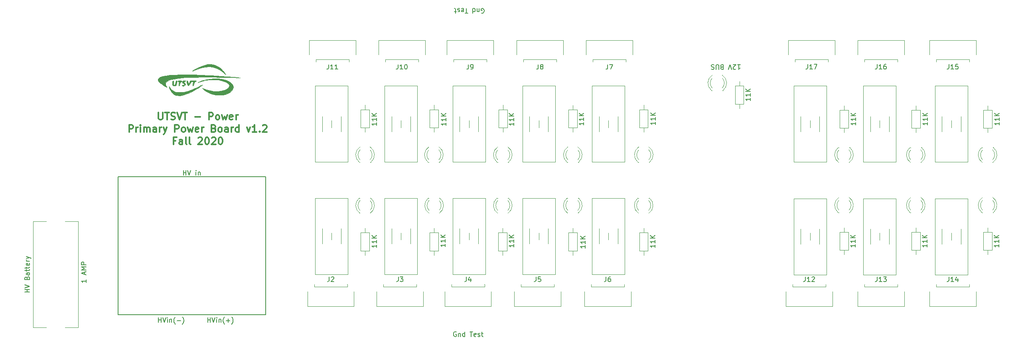
<source format=gbr>
G04 #@! TF.GenerationSoftware,KiCad,Pcbnew,(5.1.5)-3*
G04 #@! TF.CreationDate,2021-01-10T22:08:32-06:00*
G04 #@! TF.ProjectId,Power-Primary,506f7765-722d-4507-9269-6d6172792e6b,rev?*
G04 #@! TF.SameCoordinates,Original*
G04 #@! TF.FileFunction,Legend,Top*
G04 #@! TF.FilePolarity,Positive*
%FSLAX46Y46*%
G04 Gerber Fmt 4.6, Leading zero omitted, Abs format (unit mm)*
G04 Created by KiCad (PCBNEW (5.1.5)-3) date 2021-01-10 22:08:32*
%MOMM*%
%LPD*%
G04 APERTURE LIST*
%ADD10C,0.150000*%
%ADD11C,0.375000*%
%ADD12C,0.010000*%
%ADD13C,0.120000*%
G04 APERTURE END LIST*
D10*
X39796980Y-114879238D02*
X39796980Y-115450666D01*
X39796980Y-115164952D02*
X38796980Y-115164952D01*
X38939838Y-115260190D01*
X39035076Y-115355428D01*
X39082695Y-115450666D01*
X39511266Y-113736380D02*
X39511266Y-113260190D01*
X39796980Y-113831619D02*
X38796980Y-113498285D01*
X39796980Y-113164952D01*
X39796980Y-112831619D02*
X38796980Y-112831619D01*
X39511266Y-112498285D01*
X38796980Y-112164952D01*
X39796980Y-112164952D01*
X39796980Y-111688761D02*
X38796980Y-111688761D01*
X38796980Y-111307809D01*
X38844600Y-111212571D01*
X38892219Y-111164952D01*
X38987457Y-111117333D01*
X39130314Y-111117333D01*
X39225552Y-111164952D01*
X39273171Y-111212571D01*
X39320790Y-111307809D01*
X39320790Y-111688761D01*
X123707209Y-58259600D02*
X123802447Y-58307219D01*
X123945304Y-58307219D01*
X124088161Y-58259600D01*
X124183400Y-58164361D01*
X124231019Y-58069123D01*
X124278638Y-57878647D01*
X124278638Y-57735790D01*
X124231019Y-57545314D01*
X124183400Y-57450076D01*
X124088161Y-57354838D01*
X123945304Y-57307219D01*
X123850066Y-57307219D01*
X123707209Y-57354838D01*
X123659590Y-57402457D01*
X123659590Y-57735790D01*
X123850066Y-57735790D01*
X123231019Y-57973885D02*
X123231019Y-57307219D01*
X123231019Y-57878647D02*
X123183400Y-57926266D01*
X123088161Y-57973885D01*
X122945304Y-57973885D01*
X122850066Y-57926266D01*
X122802447Y-57831028D01*
X122802447Y-57307219D01*
X121897685Y-57307219D02*
X121897685Y-58307219D01*
X121897685Y-57354838D02*
X121992923Y-57307219D01*
X122183400Y-57307219D01*
X122278638Y-57354838D01*
X122326257Y-57402457D01*
X122373876Y-57497695D01*
X122373876Y-57783409D01*
X122326257Y-57878647D01*
X122278638Y-57926266D01*
X122183400Y-57973885D01*
X121992923Y-57973885D01*
X121897685Y-57926266D01*
X120802447Y-58307219D02*
X120231019Y-58307219D01*
X120516733Y-57307219D02*
X120516733Y-58307219D01*
X119516733Y-57354838D02*
X119611971Y-57307219D01*
X119802447Y-57307219D01*
X119897685Y-57354838D01*
X119945304Y-57450076D01*
X119945304Y-57831028D01*
X119897685Y-57926266D01*
X119802447Y-57973885D01*
X119611971Y-57973885D01*
X119516733Y-57926266D01*
X119469114Y-57831028D01*
X119469114Y-57735790D01*
X119945304Y-57640552D01*
X119088161Y-57354838D02*
X118992923Y-57307219D01*
X118802447Y-57307219D01*
X118707209Y-57354838D01*
X118659590Y-57450076D01*
X118659590Y-57497695D01*
X118707209Y-57592933D01*
X118802447Y-57640552D01*
X118945304Y-57640552D01*
X119040542Y-57688171D01*
X119088161Y-57783409D01*
X119088161Y-57831028D01*
X119040542Y-57926266D01*
X118945304Y-57973885D01*
X118802447Y-57973885D01*
X118707209Y-57926266D01*
X118373876Y-57973885D02*
X117992923Y-57973885D01*
X118231019Y-58307219D02*
X118231019Y-57450076D01*
X118183400Y-57354838D01*
X118088161Y-57307219D01*
X117992923Y-57307219D01*
X118354790Y-125966600D02*
X118259552Y-125918980D01*
X118116695Y-125918980D01*
X117973838Y-125966600D01*
X117878600Y-126061838D01*
X117830980Y-126157076D01*
X117783361Y-126347552D01*
X117783361Y-126490409D01*
X117830980Y-126680885D01*
X117878600Y-126776123D01*
X117973838Y-126871361D01*
X118116695Y-126918980D01*
X118211933Y-126918980D01*
X118354790Y-126871361D01*
X118402409Y-126823742D01*
X118402409Y-126490409D01*
X118211933Y-126490409D01*
X118830980Y-126252314D02*
X118830980Y-126918980D01*
X118830980Y-126347552D02*
X118878600Y-126299933D01*
X118973838Y-126252314D01*
X119116695Y-126252314D01*
X119211933Y-126299933D01*
X119259552Y-126395171D01*
X119259552Y-126918980D01*
X120164314Y-126918980D02*
X120164314Y-125918980D01*
X120164314Y-126871361D02*
X120069076Y-126918980D01*
X119878600Y-126918980D01*
X119783361Y-126871361D01*
X119735742Y-126823742D01*
X119688123Y-126728504D01*
X119688123Y-126442790D01*
X119735742Y-126347552D01*
X119783361Y-126299933D01*
X119878600Y-126252314D01*
X120069076Y-126252314D01*
X120164314Y-126299933D01*
X121259552Y-125918980D02*
X121830980Y-125918980D01*
X121545266Y-126918980D02*
X121545266Y-125918980D01*
X122545266Y-126871361D02*
X122450028Y-126918980D01*
X122259552Y-126918980D01*
X122164314Y-126871361D01*
X122116695Y-126776123D01*
X122116695Y-126395171D01*
X122164314Y-126299933D01*
X122259552Y-126252314D01*
X122450028Y-126252314D01*
X122545266Y-126299933D01*
X122592885Y-126395171D01*
X122592885Y-126490409D01*
X122116695Y-126585647D01*
X122973838Y-126871361D02*
X123069076Y-126918980D01*
X123259552Y-126918980D01*
X123354790Y-126871361D01*
X123402409Y-126776123D01*
X123402409Y-126728504D01*
X123354790Y-126633266D01*
X123259552Y-126585647D01*
X123116695Y-126585647D01*
X123021457Y-126538028D01*
X122973838Y-126442790D01*
X122973838Y-126395171D01*
X123021457Y-126299933D01*
X123116695Y-126252314D01*
X123259552Y-126252314D01*
X123354790Y-126299933D01*
X123688123Y-126252314D02*
X124069076Y-126252314D01*
X123830980Y-125918980D02*
X123830980Y-126776123D01*
X123878600Y-126871361D01*
X123973838Y-126918980D01*
X124069076Y-126918980D01*
X65610123Y-123921780D02*
X65610123Y-122921780D01*
X65610123Y-123397971D02*
X66181552Y-123397971D01*
X66181552Y-123921780D02*
X66181552Y-122921780D01*
X66514885Y-122921780D02*
X66848219Y-123921780D01*
X67181552Y-122921780D01*
X67514885Y-123921780D02*
X67514885Y-123255114D01*
X67514885Y-122921780D02*
X67467266Y-122969400D01*
X67514885Y-123017019D01*
X67562504Y-122969400D01*
X67514885Y-122921780D01*
X67514885Y-123017019D01*
X67991076Y-123255114D02*
X67991076Y-123921780D01*
X67991076Y-123350352D02*
X68038695Y-123302733D01*
X68133933Y-123255114D01*
X68276790Y-123255114D01*
X68372028Y-123302733D01*
X68419647Y-123397971D01*
X68419647Y-123921780D01*
X69181552Y-124302733D02*
X69133933Y-124255114D01*
X69038695Y-124112257D01*
X68991076Y-124017019D01*
X68943457Y-123874161D01*
X68895838Y-123636066D01*
X68895838Y-123445590D01*
X68943457Y-123207495D01*
X68991076Y-123064638D01*
X69038695Y-122969400D01*
X69133933Y-122826542D01*
X69181552Y-122778923D01*
X69562504Y-123540828D02*
X70324409Y-123540828D01*
X69943457Y-123921780D02*
X69943457Y-123159876D01*
X70705361Y-124302733D02*
X70752980Y-124255114D01*
X70848219Y-124112257D01*
X70895838Y-124017019D01*
X70943457Y-123874161D01*
X70991076Y-123636066D01*
X70991076Y-123445590D01*
X70943457Y-123207495D01*
X70895838Y-123064638D01*
X70848219Y-122969400D01*
X70752980Y-122826542D01*
X70705361Y-122778923D01*
X55145323Y-123921780D02*
X55145323Y-122921780D01*
X55145323Y-123397971D02*
X55716752Y-123397971D01*
X55716752Y-123921780D02*
X55716752Y-122921780D01*
X56050085Y-122921780D02*
X56383419Y-123921780D01*
X56716752Y-122921780D01*
X57050085Y-123921780D02*
X57050085Y-123255114D01*
X57050085Y-122921780D02*
X57002466Y-122969400D01*
X57050085Y-123017019D01*
X57097704Y-122969400D01*
X57050085Y-122921780D01*
X57050085Y-123017019D01*
X57526276Y-123255114D02*
X57526276Y-123921780D01*
X57526276Y-123350352D02*
X57573895Y-123302733D01*
X57669133Y-123255114D01*
X57811990Y-123255114D01*
X57907228Y-123302733D01*
X57954847Y-123397971D01*
X57954847Y-123921780D01*
X58716752Y-124302733D02*
X58669133Y-124255114D01*
X58573895Y-124112257D01*
X58526276Y-124017019D01*
X58478657Y-123874161D01*
X58431038Y-123636066D01*
X58431038Y-123445590D01*
X58478657Y-123207495D01*
X58526276Y-123064638D01*
X58573895Y-122969400D01*
X58669133Y-122826542D01*
X58716752Y-122778923D01*
X59097704Y-123540828D02*
X59859609Y-123540828D01*
X60240561Y-124302733D02*
X60288180Y-124255114D01*
X60383419Y-124112257D01*
X60431038Y-124017019D01*
X60478657Y-123874161D01*
X60526276Y-123636066D01*
X60526276Y-123445590D01*
X60478657Y-123207495D01*
X60431038Y-123064638D01*
X60383419Y-122969400D01*
X60288180Y-122826542D01*
X60240561Y-122778923D01*
X178064800Y-69219819D02*
X178636228Y-69219819D01*
X178350514Y-69219819D02*
X178350514Y-70219819D01*
X178445752Y-70076961D01*
X178540990Y-69981723D01*
X178636228Y-69934104D01*
X177683847Y-70124580D02*
X177636228Y-70172200D01*
X177540990Y-70219819D01*
X177302895Y-70219819D01*
X177207657Y-70172200D01*
X177160038Y-70124580D01*
X177112419Y-70029342D01*
X177112419Y-69934104D01*
X177160038Y-69791247D01*
X177731466Y-69219819D01*
X177112419Y-69219819D01*
X176826704Y-70219819D02*
X176493371Y-69219819D01*
X176160038Y-70219819D01*
X174731466Y-69743628D02*
X174588609Y-69696009D01*
X174540990Y-69648390D01*
X174493371Y-69553152D01*
X174493371Y-69410295D01*
X174540990Y-69315057D01*
X174588609Y-69267438D01*
X174683847Y-69219819D01*
X175064800Y-69219819D01*
X175064800Y-70219819D01*
X174731466Y-70219819D01*
X174636228Y-70172200D01*
X174588609Y-70124580D01*
X174540990Y-70029342D01*
X174540990Y-69934104D01*
X174588609Y-69838866D01*
X174636228Y-69791247D01*
X174731466Y-69743628D01*
X175064800Y-69743628D01*
X174064800Y-70219819D02*
X174064800Y-69410295D01*
X174017180Y-69315057D01*
X173969561Y-69267438D01*
X173874323Y-69219819D01*
X173683847Y-69219819D01*
X173588609Y-69267438D01*
X173540990Y-69315057D01*
X173493371Y-69410295D01*
X173493371Y-70219819D01*
X173064800Y-69267438D02*
X172921942Y-69219819D01*
X172683847Y-69219819D01*
X172588609Y-69267438D01*
X172540990Y-69315057D01*
X172493371Y-69410295D01*
X172493371Y-69505533D01*
X172540990Y-69600771D01*
X172588609Y-69648390D01*
X172683847Y-69696009D01*
X172874323Y-69743628D01*
X172969561Y-69791247D01*
X173017180Y-69838866D01*
X173064800Y-69934104D01*
X173064800Y-70029342D01*
X173017180Y-70124580D01*
X172969561Y-70172200D01*
X172874323Y-70219819D01*
X172636228Y-70219819D01*
X172493371Y-70172200D01*
D11*
X55178571Y-79408371D02*
X55178571Y-80622657D01*
X55249999Y-80765514D01*
X55321428Y-80836942D01*
X55464285Y-80908371D01*
X55749999Y-80908371D01*
X55892857Y-80836942D01*
X55964285Y-80765514D01*
X56035714Y-80622657D01*
X56035714Y-79408371D01*
X56535714Y-79408371D02*
X57392857Y-79408371D01*
X56964285Y-80908371D02*
X56964285Y-79408371D01*
X57821428Y-80836942D02*
X58035714Y-80908371D01*
X58392857Y-80908371D01*
X58535714Y-80836942D01*
X58607142Y-80765514D01*
X58678571Y-80622657D01*
X58678571Y-80479800D01*
X58607142Y-80336942D01*
X58535714Y-80265514D01*
X58392857Y-80194085D01*
X58107142Y-80122657D01*
X57964285Y-80051228D01*
X57892857Y-79979800D01*
X57821428Y-79836942D01*
X57821428Y-79694085D01*
X57892857Y-79551228D01*
X57964285Y-79479800D01*
X58107142Y-79408371D01*
X58464285Y-79408371D01*
X58678571Y-79479800D01*
X59107142Y-79408371D02*
X59607142Y-80908371D01*
X60107142Y-79408371D01*
X60392857Y-79408371D02*
X61249999Y-79408371D01*
X60821428Y-80908371D02*
X60821428Y-79408371D01*
X62892857Y-80336942D02*
X64035714Y-80336942D01*
X65892857Y-80908371D02*
X65892857Y-79408371D01*
X66464285Y-79408371D01*
X66607142Y-79479800D01*
X66678571Y-79551228D01*
X66749999Y-79694085D01*
X66749999Y-79908371D01*
X66678571Y-80051228D01*
X66607142Y-80122657D01*
X66464285Y-80194085D01*
X65892857Y-80194085D01*
X67607142Y-80908371D02*
X67464285Y-80836942D01*
X67392857Y-80765514D01*
X67321428Y-80622657D01*
X67321428Y-80194085D01*
X67392857Y-80051228D01*
X67464285Y-79979800D01*
X67607142Y-79908371D01*
X67821428Y-79908371D01*
X67964285Y-79979800D01*
X68035714Y-80051228D01*
X68107142Y-80194085D01*
X68107142Y-80622657D01*
X68035714Y-80765514D01*
X67964285Y-80836942D01*
X67821428Y-80908371D01*
X67607142Y-80908371D01*
X68607142Y-79908371D02*
X68892857Y-80908371D01*
X69178571Y-80194085D01*
X69464285Y-80908371D01*
X69750000Y-79908371D01*
X70892857Y-80836942D02*
X70750000Y-80908371D01*
X70464285Y-80908371D01*
X70321428Y-80836942D01*
X70250000Y-80694085D01*
X70250000Y-80122657D01*
X70321428Y-79979800D01*
X70464285Y-79908371D01*
X70750000Y-79908371D01*
X70892857Y-79979800D01*
X70964285Y-80122657D01*
X70964285Y-80265514D01*
X70250000Y-80408371D01*
X71607142Y-80908371D02*
X71607142Y-79908371D01*
X71607142Y-80194085D02*
X71678571Y-80051228D01*
X71750000Y-79979800D01*
X71892857Y-79908371D01*
X72035714Y-79908371D01*
X48928571Y-83533371D02*
X48928571Y-82033371D01*
X49499999Y-82033371D01*
X49642857Y-82104800D01*
X49714285Y-82176228D01*
X49785714Y-82319085D01*
X49785714Y-82533371D01*
X49714285Y-82676228D01*
X49642857Y-82747657D01*
X49499999Y-82819085D01*
X48928571Y-82819085D01*
X50428571Y-83533371D02*
X50428571Y-82533371D01*
X50428571Y-82819085D02*
X50499999Y-82676228D01*
X50571428Y-82604800D01*
X50714285Y-82533371D01*
X50857142Y-82533371D01*
X51357142Y-83533371D02*
X51357142Y-82533371D01*
X51357142Y-82033371D02*
X51285714Y-82104800D01*
X51357142Y-82176228D01*
X51428571Y-82104800D01*
X51357142Y-82033371D01*
X51357142Y-82176228D01*
X52071428Y-83533371D02*
X52071428Y-82533371D01*
X52071428Y-82676228D02*
X52142857Y-82604800D01*
X52285714Y-82533371D01*
X52499999Y-82533371D01*
X52642857Y-82604800D01*
X52714285Y-82747657D01*
X52714285Y-83533371D01*
X52714285Y-82747657D02*
X52785714Y-82604800D01*
X52928571Y-82533371D01*
X53142857Y-82533371D01*
X53285714Y-82604800D01*
X53357142Y-82747657D01*
X53357142Y-83533371D01*
X54714285Y-83533371D02*
X54714285Y-82747657D01*
X54642857Y-82604800D01*
X54499999Y-82533371D01*
X54214285Y-82533371D01*
X54071428Y-82604800D01*
X54714285Y-83461942D02*
X54571428Y-83533371D01*
X54214285Y-83533371D01*
X54071428Y-83461942D01*
X53999999Y-83319085D01*
X53999999Y-83176228D01*
X54071428Y-83033371D01*
X54214285Y-82961942D01*
X54571428Y-82961942D01*
X54714285Y-82890514D01*
X55428571Y-83533371D02*
X55428571Y-82533371D01*
X55428571Y-82819085D02*
X55499999Y-82676228D01*
X55571428Y-82604800D01*
X55714285Y-82533371D01*
X55857142Y-82533371D01*
X56214285Y-82533371D02*
X56571428Y-83533371D01*
X56928571Y-82533371D02*
X56571428Y-83533371D01*
X56428571Y-83890514D01*
X56357142Y-83961942D01*
X56214285Y-84033371D01*
X58642857Y-83533371D02*
X58642857Y-82033371D01*
X59214285Y-82033371D01*
X59357142Y-82104800D01*
X59428571Y-82176228D01*
X59499999Y-82319085D01*
X59499999Y-82533371D01*
X59428571Y-82676228D01*
X59357142Y-82747657D01*
X59214285Y-82819085D01*
X58642857Y-82819085D01*
X60357142Y-83533371D02*
X60214285Y-83461942D01*
X60142857Y-83390514D01*
X60071428Y-83247657D01*
X60071428Y-82819085D01*
X60142857Y-82676228D01*
X60214285Y-82604800D01*
X60357142Y-82533371D01*
X60571428Y-82533371D01*
X60714285Y-82604800D01*
X60785714Y-82676228D01*
X60857142Y-82819085D01*
X60857142Y-83247657D01*
X60785714Y-83390514D01*
X60714285Y-83461942D01*
X60571428Y-83533371D01*
X60357142Y-83533371D01*
X61357142Y-82533371D02*
X61642857Y-83533371D01*
X61928571Y-82819085D01*
X62214285Y-83533371D01*
X62499999Y-82533371D01*
X63642857Y-83461942D02*
X63499999Y-83533371D01*
X63214285Y-83533371D01*
X63071428Y-83461942D01*
X62999999Y-83319085D01*
X62999999Y-82747657D01*
X63071428Y-82604800D01*
X63214285Y-82533371D01*
X63499999Y-82533371D01*
X63642857Y-82604800D01*
X63714285Y-82747657D01*
X63714285Y-82890514D01*
X62999999Y-83033371D01*
X64357142Y-83533371D02*
X64357142Y-82533371D01*
X64357142Y-82819085D02*
X64428571Y-82676228D01*
X64499999Y-82604800D01*
X64642857Y-82533371D01*
X64785714Y-82533371D01*
X66928571Y-82747657D02*
X67142857Y-82819085D01*
X67214285Y-82890514D01*
X67285714Y-83033371D01*
X67285714Y-83247657D01*
X67214285Y-83390514D01*
X67142857Y-83461942D01*
X66999999Y-83533371D01*
X66428571Y-83533371D01*
X66428571Y-82033371D01*
X66928571Y-82033371D01*
X67071428Y-82104800D01*
X67142857Y-82176228D01*
X67214285Y-82319085D01*
X67214285Y-82461942D01*
X67142857Y-82604800D01*
X67071428Y-82676228D01*
X66928571Y-82747657D01*
X66428571Y-82747657D01*
X68142857Y-83533371D02*
X68000000Y-83461942D01*
X67928571Y-83390514D01*
X67857142Y-83247657D01*
X67857142Y-82819085D01*
X67928571Y-82676228D01*
X68000000Y-82604800D01*
X68142857Y-82533371D01*
X68357142Y-82533371D01*
X68500000Y-82604800D01*
X68571428Y-82676228D01*
X68642857Y-82819085D01*
X68642857Y-83247657D01*
X68571428Y-83390514D01*
X68500000Y-83461942D01*
X68357142Y-83533371D01*
X68142857Y-83533371D01*
X69928571Y-83533371D02*
X69928571Y-82747657D01*
X69857142Y-82604800D01*
X69714285Y-82533371D01*
X69428571Y-82533371D01*
X69285714Y-82604800D01*
X69928571Y-83461942D02*
X69785714Y-83533371D01*
X69428571Y-83533371D01*
X69285714Y-83461942D01*
X69214285Y-83319085D01*
X69214285Y-83176228D01*
X69285714Y-83033371D01*
X69428571Y-82961942D01*
X69785714Y-82961942D01*
X69928571Y-82890514D01*
X70642857Y-83533371D02*
X70642857Y-82533371D01*
X70642857Y-82819085D02*
X70714285Y-82676228D01*
X70785714Y-82604800D01*
X70928571Y-82533371D01*
X71071428Y-82533371D01*
X72214285Y-83533371D02*
X72214285Y-82033371D01*
X72214285Y-83461942D02*
X72071428Y-83533371D01*
X71785714Y-83533371D01*
X71642857Y-83461942D01*
X71571428Y-83390514D01*
X71500000Y-83247657D01*
X71500000Y-82819085D01*
X71571428Y-82676228D01*
X71642857Y-82604800D01*
X71785714Y-82533371D01*
X72071428Y-82533371D01*
X72214285Y-82604800D01*
X73928571Y-82533371D02*
X74285714Y-83533371D01*
X74642857Y-82533371D01*
X76000000Y-83533371D02*
X75142857Y-83533371D01*
X75571428Y-83533371D02*
X75571428Y-82033371D01*
X75428571Y-82247657D01*
X75285714Y-82390514D01*
X75142857Y-82461942D01*
X76642857Y-83390514D02*
X76714285Y-83461942D01*
X76642857Y-83533371D01*
X76571428Y-83461942D01*
X76642857Y-83390514D01*
X76642857Y-83533371D01*
X77285714Y-82176228D02*
X77357142Y-82104800D01*
X77500000Y-82033371D01*
X77857142Y-82033371D01*
X78000000Y-82104800D01*
X78071428Y-82176228D01*
X78142857Y-82319085D01*
X78142857Y-82461942D01*
X78071428Y-82676228D01*
X77214285Y-83533371D01*
X78142857Y-83533371D01*
X58821428Y-85372657D02*
X58321428Y-85372657D01*
X58321428Y-86158371D02*
X58321428Y-84658371D01*
X59035714Y-84658371D01*
X60250000Y-86158371D02*
X60250000Y-85372657D01*
X60178571Y-85229800D01*
X60035714Y-85158371D01*
X59750000Y-85158371D01*
X59607142Y-85229800D01*
X60250000Y-86086942D02*
X60107142Y-86158371D01*
X59750000Y-86158371D01*
X59607142Y-86086942D01*
X59535714Y-85944085D01*
X59535714Y-85801228D01*
X59607142Y-85658371D01*
X59750000Y-85586942D01*
X60107142Y-85586942D01*
X60250000Y-85515514D01*
X61178571Y-86158371D02*
X61035714Y-86086942D01*
X60964285Y-85944085D01*
X60964285Y-84658371D01*
X61964285Y-86158371D02*
X61821428Y-86086942D01*
X61750000Y-85944085D01*
X61750000Y-84658371D01*
X63607142Y-84801228D02*
X63678571Y-84729800D01*
X63821428Y-84658371D01*
X64178571Y-84658371D01*
X64321428Y-84729800D01*
X64392857Y-84801228D01*
X64464285Y-84944085D01*
X64464285Y-85086942D01*
X64392857Y-85301228D01*
X63535714Y-86158371D01*
X64464285Y-86158371D01*
X65392857Y-84658371D02*
X65535714Y-84658371D01*
X65678571Y-84729800D01*
X65750000Y-84801228D01*
X65821428Y-84944085D01*
X65892857Y-85229800D01*
X65892857Y-85586942D01*
X65821428Y-85872657D01*
X65750000Y-86015514D01*
X65678571Y-86086942D01*
X65535714Y-86158371D01*
X65392857Y-86158371D01*
X65250000Y-86086942D01*
X65178571Y-86015514D01*
X65107142Y-85872657D01*
X65035714Y-85586942D01*
X65035714Y-85229800D01*
X65107142Y-84944085D01*
X65178571Y-84801228D01*
X65250000Y-84729800D01*
X65392857Y-84658371D01*
X66464285Y-84801228D02*
X66535714Y-84729800D01*
X66678571Y-84658371D01*
X67035714Y-84658371D01*
X67178571Y-84729800D01*
X67250000Y-84801228D01*
X67321428Y-84944085D01*
X67321428Y-85086942D01*
X67250000Y-85301228D01*
X66392857Y-86158371D01*
X67321428Y-86158371D01*
X68250000Y-84658371D02*
X68392857Y-84658371D01*
X68535714Y-84729800D01*
X68607142Y-84801228D01*
X68678571Y-84944085D01*
X68750000Y-85229800D01*
X68750000Y-85586942D01*
X68678571Y-85872657D01*
X68607142Y-86015514D01*
X68535714Y-86086942D01*
X68392857Y-86158371D01*
X68250000Y-86158371D01*
X68107142Y-86086942D01*
X68035714Y-86015514D01*
X67964285Y-85872657D01*
X67892857Y-85586942D01*
X67892857Y-85229800D01*
X67964285Y-84944085D01*
X68035714Y-84801228D01*
X68107142Y-84729800D01*
X68250000Y-84658371D01*
D12*
G36*
X66775022Y-69217039D02*
G01*
X67082668Y-69299318D01*
X67709242Y-69573482D01*
X68313510Y-69993275D01*
X68862345Y-70535341D01*
X68901770Y-70581975D01*
X69114432Y-70847321D01*
X69284812Y-71079225D01*
X69392543Y-71247853D01*
X69417260Y-71323370D01*
X69408479Y-71324302D01*
X69337298Y-71270987D01*
X69168916Y-71134039D01*
X68935169Y-70939479D01*
X68849559Y-70867442D01*
X68137133Y-70338873D01*
X67419895Y-69958433D01*
X66683426Y-69724838D01*
X65913309Y-69636807D01*
X65095127Y-69693057D01*
X64214463Y-69892308D01*
X63256897Y-70233276D01*
X62990314Y-70346400D01*
X62621517Y-70501373D01*
X62396415Y-70582557D01*
X62308855Y-70595023D01*
X62352683Y-70543842D01*
X62521746Y-70434085D01*
X62809890Y-70270824D01*
X63210962Y-70059130D01*
X63542334Y-69891458D01*
X64321464Y-69534603D01*
X65007658Y-69293189D01*
X65627555Y-69162760D01*
X66207797Y-69138863D01*
X66775022Y-69217039D01*
G37*
X66775022Y-69217039D02*
X67082668Y-69299318D01*
X67709242Y-69573482D01*
X68313510Y-69993275D01*
X68862345Y-70535341D01*
X68901770Y-70581975D01*
X69114432Y-70847321D01*
X69284812Y-71079225D01*
X69392543Y-71247853D01*
X69417260Y-71323370D01*
X69408479Y-71324302D01*
X69337298Y-71270987D01*
X69168916Y-71134039D01*
X68935169Y-70939479D01*
X68849559Y-70867442D01*
X68137133Y-70338873D01*
X67419895Y-69958433D01*
X66683426Y-69724838D01*
X65913309Y-69636807D01*
X65095127Y-69693057D01*
X64214463Y-69892308D01*
X63256897Y-70233276D01*
X62990314Y-70346400D01*
X62621517Y-70501373D01*
X62396415Y-70582557D01*
X62308855Y-70595023D01*
X62352683Y-70543842D01*
X62521746Y-70434085D01*
X62809890Y-70270824D01*
X63210962Y-70059130D01*
X63542334Y-69891458D01*
X64321464Y-69534603D01*
X65007658Y-69293189D01*
X65627555Y-69162760D01*
X66207797Y-69138863D01*
X66775022Y-69217039D01*
G36*
X62888000Y-72608171D02*
G01*
X63078544Y-72635224D01*
X63142975Y-72684973D01*
X63140591Y-72705834D01*
X63037889Y-72801847D01*
X62921868Y-72838722D01*
X62778364Y-72910816D01*
X62736844Y-73092722D01*
X62707513Y-73407587D01*
X62631073Y-73621292D01*
X62519432Y-73700663D01*
X62518575Y-73700667D01*
X62458213Y-73675620D01*
X62436959Y-73580418D01*
X62455037Y-73384973D01*
X62512673Y-73059193D01*
X62523775Y-73002167D01*
X62491544Y-72877742D01*
X62398463Y-72854000D01*
X62252358Y-72808815D01*
X62212284Y-72758517D01*
X62161169Y-72778527D01*
X62056145Y-72920276D01*
X61918902Y-73153984D01*
X61903930Y-73181851D01*
X61750318Y-73440806D01*
X61610268Y-73626760D01*
X61513380Y-73700593D01*
X61511376Y-73700667D01*
X61421830Y-73623915D01*
X61321428Y-73419296D01*
X61262341Y-73243136D01*
X61173659Y-72920851D01*
X61138360Y-72727502D01*
X61156067Y-72631449D01*
X61226406Y-72601054D01*
X61254720Y-72600000D01*
X61361642Y-72672943D01*
X61431125Y-72832834D01*
X61497921Y-73102998D01*
X61557097Y-73214036D01*
X61628480Y-73173914D01*
X61731897Y-72990599D01*
X61747167Y-72959834D01*
X61924694Y-72600000D01*
X62550069Y-72600000D01*
X62888000Y-72608171D01*
G37*
X62888000Y-72608171D02*
X63078544Y-72635224D01*
X63142975Y-72684973D01*
X63140591Y-72705834D01*
X63037889Y-72801847D01*
X62921868Y-72838722D01*
X62778364Y-72910816D01*
X62736844Y-73092722D01*
X62707513Y-73407587D01*
X62631073Y-73621292D01*
X62519432Y-73700663D01*
X62518575Y-73700667D01*
X62458213Y-73675620D01*
X62436959Y-73580418D01*
X62455037Y-73384973D01*
X62512673Y-73059193D01*
X62523775Y-73002167D01*
X62491544Y-72877742D01*
X62398463Y-72854000D01*
X62252358Y-72808815D01*
X62212284Y-72758517D01*
X62161169Y-72778527D01*
X62056145Y-72920276D01*
X61918902Y-73153984D01*
X61903930Y-73181851D01*
X61750318Y-73440806D01*
X61610268Y-73626760D01*
X61513380Y-73700593D01*
X61511376Y-73700667D01*
X61421830Y-73623915D01*
X61321428Y-73419296D01*
X61262341Y-73243136D01*
X61173659Y-72920851D01*
X61138360Y-72727502D01*
X61156067Y-72631449D01*
X61226406Y-72601054D01*
X61254720Y-72600000D01*
X61361642Y-72672943D01*
X61431125Y-72832834D01*
X61497921Y-73102998D01*
X61557097Y-73214036D01*
X61628480Y-73173914D01*
X61731897Y-72990599D01*
X61747167Y-72959834D01*
X61924694Y-72600000D01*
X62550069Y-72600000D01*
X62888000Y-72608171D01*
G36*
X59956219Y-72613596D02*
G01*
X60086244Y-72660668D01*
X60113334Y-72727000D01*
X60043050Y-72830509D01*
X59946916Y-72854000D01*
X59841195Y-72885175D01*
X59774996Y-73004676D01*
X59727834Y-73251465D01*
X59724342Y-73277334D01*
X59664866Y-73563175D01*
X59581182Y-73691210D01*
X59544148Y-73700667D01*
X59473253Y-73668698D01*
X59452093Y-73548218D01*
X59474936Y-73302366D01*
X59478334Y-73277334D01*
X59504950Y-73023201D01*
X59489181Y-72895507D01*
X59423926Y-72855076D01*
X59401612Y-72854000D01*
X59284343Y-72789644D01*
X59266667Y-72727000D01*
X59311986Y-72647135D01*
X59468894Y-72608127D01*
X59690000Y-72600000D01*
X59956219Y-72613596D01*
G37*
X59956219Y-72613596D02*
X60086244Y-72660668D01*
X60113334Y-72727000D01*
X60043050Y-72830509D01*
X59946916Y-72854000D01*
X59841195Y-72885175D01*
X59774996Y-73004676D01*
X59727834Y-73251465D01*
X59724342Y-73277334D01*
X59664866Y-73563175D01*
X59581182Y-73691210D01*
X59544148Y-73700667D01*
X59473253Y-73668698D01*
X59452093Y-73548218D01*
X59474936Y-73302366D01*
X59478334Y-73277334D01*
X59504950Y-73023201D01*
X59489181Y-72895507D01*
X59423926Y-72855076D01*
X59401612Y-72854000D01*
X59284343Y-72789644D01*
X59266667Y-72727000D01*
X59311986Y-72647135D01*
X59468894Y-72608127D01*
X59690000Y-72600000D01*
X59956219Y-72613596D01*
G36*
X60917135Y-72643696D02*
G01*
X60938412Y-72705834D01*
X60835971Y-72788619D01*
X60706000Y-72811667D01*
X60523919Y-72851982D01*
X60489271Y-72948427D01*
X60607901Y-73064247D01*
X60661474Y-73091596D01*
X60835609Y-73239319D01*
X60860343Y-73428490D01*
X60733769Y-73617372D01*
X60687161Y-73653533D01*
X60476083Y-73767544D01*
X60304919Y-73759270D01*
X60208320Y-73708836D01*
X60127683Y-73607447D01*
X60182926Y-73527410D01*
X60340992Y-73501665D01*
X60407646Y-73510225D01*
X60575718Y-73500631D01*
X60621882Y-73415169D01*
X60542230Y-73299420D01*
X60431328Y-73233910D01*
X60255049Y-73084940D01*
X60212433Y-72884311D01*
X60286042Y-72722933D01*
X60414838Y-72644772D01*
X60601927Y-72604491D01*
X60788847Y-72603621D01*
X60917135Y-72643696D01*
G37*
X60917135Y-72643696D02*
X60938412Y-72705834D01*
X60835971Y-72788619D01*
X60706000Y-72811667D01*
X60523919Y-72851982D01*
X60489271Y-72948427D01*
X60607901Y-73064247D01*
X60661474Y-73091596D01*
X60835609Y-73239319D01*
X60860343Y-73428490D01*
X60733769Y-73617372D01*
X60687161Y-73653533D01*
X60476083Y-73767544D01*
X60304919Y-73759270D01*
X60208320Y-73708836D01*
X60127683Y-73607447D01*
X60182926Y-73527410D01*
X60340992Y-73501665D01*
X60407646Y-73510225D01*
X60575718Y-73500631D01*
X60621882Y-73415169D01*
X60542230Y-73299420D01*
X60431328Y-73233910D01*
X60255049Y-73084940D01*
X60212433Y-72884311D01*
X60286042Y-72722933D01*
X60414838Y-72644772D01*
X60601927Y-72604491D01*
X60788847Y-72603621D01*
X60917135Y-72643696D01*
G36*
X59078617Y-72669315D02*
G01*
X59095314Y-72748167D01*
X59071556Y-72962794D01*
X59016406Y-73222471D01*
X58947108Y-73460123D01*
X58880907Y-73608676D01*
X58871082Y-73620361D01*
X58681009Y-73715001D01*
X58432331Y-73743677D01*
X58229500Y-73695932D01*
X58130859Y-73560585D01*
X58080401Y-73336812D01*
X58075347Y-73076811D01*
X58112919Y-72832782D01*
X58190335Y-72656923D01*
X58287858Y-72600000D01*
X58347526Y-72658109D01*
X58364710Y-72846093D01*
X58352373Y-73073009D01*
X58334174Y-73340789D01*
X58346265Y-73478448D01*
X58402683Y-73524415D01*
X58514740Y-73517509D01*
X58638993Y-73475283D01*
X58717221Y-73363762D01*
X58774798Y-73139613D01*
X58791741Y-73044500D01*
X58861395Y-72758155D01*
X58945765Y-72613690D01*
X58982241Y-72600000D01*
X59078617Y-72669315D01*
G37*
X59078617Y-72669315D02*
X59095314Y-72748167D01*
X59071556Y-72962794D01*
X59016406Y-73222471D01*
X58947108Y-73460123D01*
X58880907Y-73608676D01*
X58871082Y-73620361D01*
X58681009Y-73715001D01*
X58432331Y-73743677D01*
X58229500Y-73695932D01*
X58130859Y-73560585D01*
X58080401Y-73336812D01*
X58075347Y-73076811D01*
X58112919Y-72832782D01*
X58190335Y-72656923D01*
X58287858Y-72600000D01*
X58347526Y-72658109D01*
X58364710Y-72846093D01*
X58352373Y-73073009D01*
X58334174Y-73340789D01*
X58346265Y-73478448D01*
X58402683Y-73524415D01*
X58514740Y-73517509D01*
X58638993Y-73475283D01*
X58717221Y-73363762D01*
X58774798Y-73139613D01*
X58791741Y-73044500D01*
X58861395Y-72758155D01*
X58945765Y-72613690D01*
X58982241Y-72600000D01*
X59078617Y-72669315D01*
G36*
X62503943Y-71355662D02*
G01*
X64118301Y-71409837D01*
X65886221Y-71495813D01*
X67806529Y-71613673D01*
X68072000Y-71631663D01*
X68724946Y-71677680D01*
X69415556Y-71728602D01*
X70093333Y-71780553D01*
X70707778Y-71829655D01*
X71208393Y-71872030D01*
X71247000Y-71875458D01*
X72517000Y-71988801D01*
X70612000Y-71934567D01*
X69795080Y-71914732D01*
X68909053Y-71899324D01*
X67973882Y-71888234D01*
X67009527Y-71881357D01*
X66035950Y-71878585D01*
X65073113Y-71879811D01*
X64140978Y-71884927D01*
X63259507Y-71893828D01*
X62448660Y-71906404D01*
X61728401Y-71922551D01*
X61118690Y-71942159D01*
X60639489Y-71965123D01*
X60325000Y-71989767D01*
X59350440Y-72109425D01*
X58537746Y-72242204D01*
X57879780Y-72390644D01*
X57369406Y-72557283D01*
X56999487Y-72744661D01*
X56762886Y-72955318D01*
X56652467Y-73191793D01*
X56642000Y-73300189D01*
X56691925Y-73542824D01*
X56812500Y-73786887D01*
X56817099Y-73793430D01*
X56915263Y-73945554D01*
X56925725Y-74013634D01*
X56835276Y-73995003D01*
X56630705Y-73886997D01*
X56303334Y-73689745D01*
X55874626Y-73399938D01*
X55510792Y-73105182D01*
X55238285Y-72829932D01*
X55083559Y-72598643D01*
X55064892Y-72544878D01*
X55078979Y-72285570D01*
X55258382Y-72057240D01*
X55601926Y-71859968D01*
X56108435Y-71693839D01*
X56776734Y-71558934D01*
X57605647Y-71455336D01*
X58594000Y-71383127D01*
X59740618Y-71342390D01*
X61044323Y-71333208D01*
X62503943Y-71355662D01*
G37*
X62503943Y-71355662D02*
X64118301Y-71409837D01*
X65886221Y-71495813D01*
X67806529Y-71613673D01*
X68072000Y-71631663D01*
X68724946Y-71677680D01*
X69415556Y-71728602D01*
X70093333Y-71780553D01*
X70707778Y-71829655D01*
X71208393Y-71872030D01*
X71247000Y-71875458D01*
X72517000Y-71988801D01*
X70612000Y-71934567D01*
X69795080Y-71914732D01*
X68909053Y-71899324D01*
X67973882Y-71888234D01*
X67009527Y-71881357D01*
X66035950Y-71878585D01*
X65073113Y-71879811D01*
X64140978Y-71884927D01*
X63259507Y-71893828D01*
X62448660Y-71906404D01*
X61728401Y-71922551D01*
X61118690Y-71942159D01*
X60639489Y-71965123D01*
X60325000Y-71989767D01*
X59350440Y-72109425D01*
X58537746Y-72242204D01*
X57879780Y-72390644D01*
X57369406Y-72557283D01*
X56999487Y-72744661D01*
X56762886Y-72955318D01*
X56652467Y-73191793D01*
X56642000Y-73300189D01*
X56691925Y-73542824D01*
X56812500Y-73786887D01*
X56817099Y-73793430D01*
X56915263Y-73945554D01*
X56925725Y-74013634D01*
X56835276Y-73995003D01*
X56630705Y-73886997D01*
X56303334Y-73689745D01*
X55874626Y-73399938D01*
X55510792Y-73105182D01*
X55238285Y-72829932D01*
X55083559Y-72598643D01*
X55064892Y-72544878D01*
X55078979Y-72285570D01*
X55258382Y-72057240D01*
X55601926Y-71859968D01*
X56108435Y-71693839D01*
X56776734Y-71558934D01*
X57605647Y-71455336D01*
X58594000Y-71383127D01*
X59740618Y-71342390D01*
X61044323Y-71333208D01*
X62503943Y-71355662D01*
G36*
X67726616Y-72194884D02*
G01*
X68493095Y-72276699D01*
X69164321Y-72421139D01*
X69299667Y-72462989D01*
X69936279Y-72719973D01*
X70431666Y-73017975D01*
X70781375Y-73348364D01*
X70980952Y-73702511D01*
X71025944Y-74071786D01*
X70911897Y-74447560D01*
X70634357Y-74821203D01*
X70556059Y-74897501D01*
X70096706Y-75219800D01*
X69514328Y-75461745D01*
X68838434Y-75616518D01*
X68098531Y-75677305D01*
X67343722Y-75639577D01*
X66951259Y-75575619D01*
X66545114Y-75480150D01*
X66273042Y-75394726D01*
X65904244Y-75230908D01*
X65502742Y-75011585D01*
X65119164Y-74768294D01*
X64804138Y-74532570D01*
X64643000Y-74379358D01*
X64473667Y-74185501D01*
X64727667Y-74314686D01*
X65382755Y-74577412D01*
X66126130Y-74757303D01*
X66915448Y-74852579D01*
X67708366Y-74861459D01*
X68462542Y-74782163D01*
X69135632Y-74612909D01*
X69392139Y-74510870D01*
X69818518Y-74268059D01*
X70080214Y-74008225D01*
X70180009Y-73739425D01*
X70120686Y-73469717D01*
X69905027Y-73207160D01*
X69535815Y-72959810D01*
X69015831Y-72735726D01*
X68749334Y-72649350D01*
X67933203Y-72475229D01*
X67030398Y-72402743D01*
X66088694Y-72430587D01*
X65155866Y-72557453D01*
X64314889Y-72770601D01*
X63982610Y-72873953D01*
X63717131Y-72949913D01*
X63554974Y-72988382D01*
X63522758Y-72989647D01*
X63565005Y-72935450D01*
X63738575Y-72848737D01*
X64011235Y-72740844D01*
X64350752Y-72623111D01*
X64724894Y-72506876D01*
X65101428Y-72403478D01*
X65366657Y-72341034D01*
X66112297Y-72225467D01*
X66915983Y-72177279D01*
X67726616Y-72194884D01*
G37*
X67726616Y-72194884D02*
X68493095Y-72276699D01*
X69164321Y-72421139D01*
X69299667Y-72462989D01*
X69936279Y-72719973D01*
X70431666Y-73017975D01*
X70781375Y-73348364D01*
X70980952Y-73702511D01*
X71025944Y-74071786D01*
X70911897Y-74447560D01*
X70634357Y-74821203D01*
X70556059Y-74897501D01*
X70096706Y-75219800D01*
X69514328Y-75461745D01*
X68838434Y-75616518D01*
X68098531Y-75677305D01*
X67343722Y-75639577D01*
X66951259Y-75575619D01*
X66545114Y-75480150D01*
X66273042Y-75394726D01*
X65904244Y-75230908D01*
X65502742Y-75011585D01*
X65119164Y-74768294D01*
X64804138Y-74532570D01*
X64643000Y-74379358D01*
X64473667Y-74185501D01*
X64727667Y-74314686D01*
X65382755Y-74577412D01*
X66126130Y-74757303D01*
X66915448Y-74852579D01*
X67708366Y-74861459D01*
X68462542Y-74782163D01*
X69135632Y-74612909D01*
X69392139Y-74510870D01*
X69818518Y-74268059D01*
X70080214Y-74008225D01*
X70180009Y-73739425D01*
X70120686Y-73469717D01*
X69905027Y-73207160D01*
X69535815Y-72959810D01*
X69015831Y-72735726D01*
X68749334Y-72649350D01*
X67933203Y-72475229D01*
X67030398Y-72402743D01*
X66088694Y-72430587D01*
X65155866Y-72557453D01*
X64314889Y-72770601D01*
X63982610Y-72873953D01*
X63717131Y-72949913D01*
X63554974Y-72988382D01*
X63522758Y-72989647D01*
X63565005Y-72935450D01*
X63738575Y-72848737D01*
X64011235Y-72740844D01*
X64350752Y-72623111D01*
X64724894Y-72506876D01*
X65101428Y-72403478D01*
X65366657Y-72341034D01*
X66112297Y-72225467D01*
X66915983Y-72177279D01*
X67726616Y-72194884D01*
G36*
X64448417Y-73559313D02*
G01*
X64264990Y-73693627D01*
X63994708Y-73878048D01*
X63666558Y-74093760D01*
X63309526Y-74321948D01*
X62952599Y-74543795D01*
X62624765Y-74740486D01*
X62387621Y-74875489D01*
X61640408Y-75242640D01*
X60910966Y-75521038D01*
X60222950Y-75705144D01*
X59600012Y-75789424D01*
X59065807Y-75768339D01*
X58820343Y-75710469D01*
X58336869Y-75464277D01*
X57935459Y-75072205D01*
X57649551Y-74600429D01*
X57534503Y-74333420D01*
X57451827Y-74097845D01*
X57405925Y-73918973D01*
X57401199Y-73822074D01*
X57442050Y-73832418D01*
X57532879Y-73975274D01*
X57544449Y-73997000D01*
X57877640Y-74460842D01*
X58326388Y-74834930D01*
X58462334Y-74914921D01*
X58635425Y-74996448D01*
X58820015Y-75049418D01*
X59057005Y-75079376D01*
X59387296Y-75091869D01*
X59774667Y-75092887D01*
X60236913Y-75085070D01*
X60592277Y-75060514D01*
X60903059Y-75009661D01*
X61231558Y-74922955D01*
X61552667Y-74820125D01*
X61945692Y-74674784D01*
X62427735Y-74474941D01*
X62938793Y-74246511D01*
X63418863Y-74015408D01*
X63436500Y-74006512D01*
X63820340Y-73814671D01*
X64144034Y-73657028D01*
X64380927Y-73546240D01*
X64504364Y-73494964D01*
X64516000Y-73493923D01*
X64448417Y-73559313D01*
G37*
X64448417Y-73559313D02*
X64264990Y-73693627D01*
X63994708Y-73878048D01*
X63666558Y-74093760D01*
X63309526Y-74321948D01*
X62952599Y-74543795D01*
X62624765Y-74740486D01*
X62387621Y-74875489D01*
X61640408Y-75242640D01*
X60910966Y-75521038D01*
X60222950Y-75705144D01*
X59600012Y-75789424D01*
X59065807Y-75768339D01*
X58820343Y-75710469D01*
X58336869Y-75464277D01*
X57935459Y-75072205D01*
X57649551Y-74600429D01*
X57534503Y-74333420D01*
X57451827Y-74097845D01*
X57405925Y-73918973D01*
X57401199Y-73822074D01*
X57442050Y-73832418D01*
X57532879Y-73975274D01*
X57544449Y-73997000D01*
X57877640Y-74460842D01*
X58326388Y-74834930D01*
X58462334Y-74914921D01*
X58635425Y-74996448D01*
X58820015Y-75049418D01*
X59057005Y-75079376D01*
X59387296Y-75091869D01*
X59774667Y-75092887D01*
X60236913Y-75085070D01*
X60592277Y-75060514D01*
X60903059Y-75009661D01*
X61231558Y-74922955D01*
X61552667Y-74820125D01*
X61945692Y-74674784D01*
X62427735Y-74474941D01*
X62938793Y-74246511D01*
X63418863Y-74015408D01*
X63436500Y-74006512D01*
X63820340Y-73814671D01*
X64144034Y-73657028D01*
X64380927Y-73546240D01*
X64504364Y-73494964D01*
X64516000Y-73493923D01*
X64448417Y-73559313D01*
D13*
X190255000Y-68620000D02*
X190275000Y-68620000D01*
X190255000Y-68120000D02*
X190255000Y-68620000D01*
X197285000Y-68120000D02*
X190255000Y-68120000D01*
X197285000Y-68620000D02*
X197285000Y-68120000D01*
X197265000Y-68620000D02*
X197285000Y-68620000D01*
X188835000Y-64030000D02*
X188835000Y-67105000D01*
X198705000Y-64030000D02*
X188835000Y-64030000D01*
X198705000Y-67105000D02*
X198705000Y-64030000D01*
X204987000Y-68620000D02*
X205007000Y-68620000D01*
X204987000Y-68120000D02*
X204987000Y-68620000D01*
X212017000Y-68120000D02*
X204987000Y-68120000D01*
X212017000Y-68620000D02*
X212017000Y-68120000D01*
X211997000Y-68620000D02*
X212017000Y-68620000D01*
X203567000Y-64030000D02*
X203567000Y-67105000D01*
X213437000Y-64030000D02*
X203567000Y-64030000D01*
X213437000Y-67105000D02*
X213437000Y-64030000D01*
X220219000Y-68620000D02*
X220239000Y-68620000D01*
X220219000Y-68120000D02*
X220219000Y-68620000D01*
X227249000Y-68120000D02*
X220219000Y-68120000D01*
X227249000Y-68620000D02*
X227249000Y-68120000D01*
X227229000Y-68620000D02*
X227249000Y-68620000D01*
X218799000Y-64030000D02*
X218799000Y-67105000D01*
X228669000Y-64030000D02*
X218799000Y-64030000D01*
X228669000Y-67105000D02*
X228669000Y-64030000D01*
X227265000Y-115911000D02*
X227245000Y-115911000D01*
X227265000Y-116411000D02*
X227265000Y-115911000D01*
X220235000Y-116411000D02*
X227265000Y-116411000D01*
X220235000Y-115911000D02*
X220235000Y-116411000D01*
X220255000Y-115911000D02*
X220235000Y-115911000D01*
X228685000Y-120501000D02*
X228685000Y-117426000D01*
X218815000Y-120501000D02*
X228685000Y-120501000D01*
X218815000Y-117426000D02*
X218815000Y-120501000D01*
X212025000Y-115911000D02*
X212005000Y-115911000D01*
X212025000Y-116411000D02*
X212025000Y-115911000D01*
X204995000Y-116411000D02*
X212025000Y-116411000D01*
X204995000Y-115911000D02*
X204995000Y-116411000D01*
X205015000Y-115911000D02*
X204995000Y-115911000D01*
X213445000Y-120501000D02*
X213445000Y-117426000D01*
X203575000Y-120501000D02*
X213445000Y-120501000D01*
X203575000Y-117426000D02*
X203575000Y-120501000D01*
X196785000Y-115911000D02*
X196765000Y-115911000D01*
X196785000Y-116411000D02*
X196785000Y-115911000D01*
X189755000Y-116411000D02*
X196785000Y-116411000D01*
X189755000Y-115911000D02*
X189755000Y-116411000D01*
X189775000Y-115911000D02*
X189755000Y-115911000D01*
X198205000Y-120501000D02*
X198205000Y-117426000D01*
X188335000Y-120501000D02*
X198205000Y-120501000D01*
X188335000Y-117426000D02*
X188335000Y-120501000D01*
X88558600Y-68645400D02*
X88578600Y-68645400D01*
X88558600Y-68145400D02*
X88558600Y-68645400D01*
X95588600Y-68145400D02*
X88558600Y-68145400D01*
X95588600Y-68645400D02*
X95588600Y-68145400D01*
X95568600Y-68645400D02*
X95588600Y-68645400D01*
X87138600Y-64055400D02*
X87138600Y-67130400D01*
X97008600Y-64055400D02*
X87138600Y-64055400D01*
X97008600Y-67130400D02*
X97008600Y-64055400D01*
X103316000Y-68645400D02*
X103336000Y-68645400D01*
X103316000Y-68145400D02*
X103316000Y-68645400D01*
X110346000Y-68145400D02*
X103316000Y-68145400D01*
X110346000Y-68645400D02*
X110346000Y-68145400D01*
X110326000Y-68645400D02*
X110346000Y-68645400D01*
X101896000Y-64055400D02*
X101896000Y-67130400D01*
X111766000Y-64055400D02*
X101896000Y-64055400D01*
X111766000Y-67130400D02*
X111766000Y-64055400D01*
X117768600Y-68645400D02*
X117788600Y-68645400D01*
X117768600Y-68145400D02*
X117768600Y-68645400D01*
X124798600Y-68145400D02*
X117768600Y-68145400D01*
X124798600Y-68645400D02*
X124798600Y-68145400D01*
X124778600Y-68645400D02*
X124798600Y-68645400D01*
X116348600Y-64055400D02*
X116348600Y-67130400D01*
X126218600Y-64055400D02*
X116348600Y-64055400D01*
X126218600Y-67130400D02*
X126218600Y-64055400D01*
X132602200Y-68645400D02*
X132622200Y-68645400D01*
X132602200Y-68145400D02*
X132602200Y-68645400D01*
X139632200Y-68145400D02*
X132602200Y-68145400D01*
X139632200Y-68645400D02*
X139632200Y-68145400D01*
X139612200Y-68645400D02*
X139632200Y-68645400D01*
X131182200Y-64055400D02*
X131182200Y-67130400D01*
X141052200Y-64055400D02*
X131182200Y-64055400D01*
X141052200Y-67130400D02*
X141052200Y-64055400D01*
X147334200Y-68645400D02*
X147354200Y-68645400D01*
X147334200Y-68145400D02*
X147334200Y-68645400D01*
X154364200Y-68145400D02*
X147334200Y-68145400D01*
X154364200Y-68645400D02*
X154364200Y-68145400D01*
X154344200Y-68645400D02*
X154364200Y-68645400D01*
X145914200Y-64055400D02*
X145914200Y-67130400D01*
X155784200Y-64055400D02*
X145914200Y-64055400D01*
X155784200Y-67130400D02*
X155784200Y-64055400D01*
X154011400Y-115911000D02*
X153991400Y-115911000D01*
X154011400Y-116411000D02*
X154011400Y-115911000D01*
X146981400Y-116411000D02*
X154011400Y-116411000D01*
X146981400Y-115911000D02*
X146981400Y-116411000D01*
X147001400Y-115911000D02*
X146981400Y-115911000D01*
X155431400Y-120501000D02*
X155431400Y-117426000D01*
X145561400Y-120501000D02*
X155431400Y-120501000D01*
X145561400Y-117426000D02*
X145561400Y-120501000D01*
X139152400Y-115911000D02*
X139132400Y-115911000D01*
X139152400Y-116411000D02*
X139152400Y-115911000D01*
X132122400Y-116411000D02*
X139152400Y-116411000D01*
X132122400Y-115911000D02*
X132122400Y-116411000D01*
X132142400Y-115911000D02*
X132122400Y-115911000D01*
X140572400Y-120501000D02*
X140572400Y-117426000D01*
X130702400Y-120501000D02*
X140572400Y-120501000D01*
X130702400Y-117426000D02*
X130702400Y-120501000D01*
X124369600Y-115911000D02*
X124349600Y-115911000D01*
X124369600Y-116411000D02*
X124369600Y-115911000D01*
X117339600Y-116411000D02*
X124369600Y-116411000D01*
X117339600Y-115911000D02*
X117339600Y-116411000D01*
X117359600Y-115911000D02*
X117339600Y-115911000D01*
X125789600Y-120501000D02*
X125789600Y-117426000D01*
X115919600Y-120501000D02*
X125789600Y-120501000D01*
X115919600Y-117426000D02*
X115919600Y-120501000D01*
X109917000Y-115911000D02*
X109897000Y-115911000D01*
X109917000Y-116411000D02*
X109917000Y-115911000D01*
X102887000Y-116411000D02*
X109917000Y-116411000D01*
X102887000Y-115911000D02*
X102887000Y-116411000D01*
X102907000Y-115911000D02*
X102887000Y-115911000D01*
X111337000Y-120501000D02*
X111337000Y-117426000D01*
X101467000Y-120501000D02*
X111337000Y-120501000D01*
X101467000Y-117426000D02*
X101467000Y-120501000D01*
X95235800Y-115911000D02*
X95215800Y-115911000D01*
X95235800Y-116411000D02*
X95235800Y-115911000D01*
X88205800Y-116411000D02*
X95235800Y-116411000D01*
X88205800Y-115911000D02*
X88205800Y-116411000D01*
X88225800Y-115911000D02*
X88205800Y-115911000D01*
X96655800Y-120501000D02*
X96655800Y-117426000D01*
X86785800Y-120501000D02*
X96655800Y-120501000D01*
X86785800Y-117426000D02*
X86785800Y-120501000D01*
X200660000Y-83640400D02*
X200660000Y-82690400D01*
X200660000Y-77900400D02*
X200660000Y-78850400D01*
X201580000Y-82690400D02*
X201580000Y-78850400D01*
X199740000Y-82690400D02*
X201580000Y-82690400D01*
X199740000Y-78850400D02*
X199740000Y-82690400D01*
X201580000Y-78850400D02*
X199740000Y-78850400D01*
X215900000Y-83640400D02*
X215900000Y-82690400D01*
X215900000Y-77900400D02*
X215900000Y-78850400D01*
X216820000Y-82690400D02*
X216820000Y-78850400D01*
X214980000Y-82690400D02*
X216820000Y-82690400D01*
X214980000Y-78850400D02*
X214980000Y-82690400D01*
X216820000Y-78850400D02*
X214980000Y-78850400D01*
X231140000Y-83640400D02*
X231140000Y-82690400D01*
X231140000Y-77900400D02*
X231140000Y-78850400D01*
X232060000Y-82690400D02*
X232060000Y-78850400D01*
X230220000Y-82690400D02*
X232060000Y-82690400D01*
X230220000Y-78850400D02*
X230220000Y-82690400D01*
X232060000Y-78850400D02*
X230220000Y-78850400D01*
X231140000Y-103810000D02*
X231140000Y-104760000D01*
X231140000Y-109550000D02*
X231140000Y-108600000D01*
X230220000Y-104760000D02*
X230220000Y-108600000D01*
X232060000Y-104760000D02*
X230220000Y-104760000D01*
X232060000Y-108600000D02*
X232060000Y-104760000D01*
X230220000Y-108600000D02*
X232060000Y-108600000D01*
X215900000Y-103810000D02*
X215900000Y-104760000D01*
X215900000Y-109550000D02*
X215900000Y-108600000D01*
X214980000Y-104760000D02*
X214980000Y-108600000D01*
X216820000Y-104760000D02*
X214980000Y-104760000D01*
X216820000Y-108600000D02*
X216820000Y-104760000D01*
X214980000Y-108600000D02*
X216820000Y-108600000D01*
X200660000Y-103810000D02*
X200660000Y-104760000D01*
X200660000Y-109550000D02*
X200660000Y-108600000D01*
X199740000Y-104760000D02*
X199740000Y-108600000D01*
X201580000Y-104760000D02*
X199740000Y-104760000D01*
X201580000Y-108600000D02*
X201580000Y-104760000D01*
X199740000Y-108600000D02*
X201580000Y-108600000D01*
X191470000Y-83406400D02*
X191470000Y-80206400D01*
X195470000Y-80206400D02*
X195470000Y-83406400D01*
X193470000Y-82556400D02*
X193470000Y-81056400D01*
X190000000Y-73706400D02*
X190000000Y-89906400D01*
X196940000Y-73706400D02*
X190000000Y-73706400D01*
X196940000Y-89906400D02*
X196940000Y-73706400D01*
X190000000Y-89906400D02*
X196940000Y-89906400D01*
X206252600Y-83406400D02*
X206252600Y-80206400D01*
X210252600Y-80206400D02*
X210252600Y-83406400D01*
X208252600Y-82556400D02*
X208252600Y-81056400D01*
X204782600Y-73706400D02*
X204782600Y-89906400D01*
X211722600Y-73706400D02*
X204782600Y-73706400D01*
X211722600Y-89906400D02*
X211722600Y-73706400D01*
X204782600Y-89906400D02*
X211722600Y-89906400D01*
X221450000Y-83406400D02*
X221450000Y-80206400D01*
X225450000Y-80206400D02*
X225450000Y-83406400D01*
X223450000Y-82556400D02*
X223450000Y-81056400D01*
X219980000Y-73706400D02*
X219980000Y-89906400D01*
X226920000Y-73706400D02*
X219980000Y-73706400D01*
X226920000Y-89906400D02*
X226920000Y-73706400D01*
X219980000Y-89906400D02*
X226920000Y-89906400D01*
X225450000Y-104126400D02*
X225450000Y-107326400D01*
X221450000Y-107326400D02*
X221450000Y-104126400D01*
X223450000Y-104976400D02*
X223450000Y-106476400D01*
X226920000Y-113826400D02*
X226920000Y-97626400D01*
X219980000Y-113826400D02*
X226920000Y-113826400D01*
X219980000Y-97626400D02*
X219980000Y-113826400D01*
X226920000Y-97626400D02*
X219980000Y-97626400D01*
X210252600Y-104126400D02*
X210252600Y-107326400D01*
X206252600Y-107326400D02*
X206252600Y-104126400D01*
X208252600Y-104976400D02*
X208252600Y-106476400D01*
X211722600Y-113826400D02*
X211722600Y-97626400D01*
X204782600Y-113826400D02*
X211722600Y-113826400D01*
X204782600Y-97626400D02*
X204782600Y-113826400D01*
X211722600Y-97626400D02*
X204782600Y-97626400D01*
X196940000Y-97626400D02*
X190000000Y-97626400D01*
X190000000Y-97626400D02*
X190000000Y-113826400D01*
X190000000Y-113826400D02*
X196940000Y-113826400D01*
X196940000Y-113826400D02*
X196940000Y-97626400D01*
X193470000Y-104976400D02*
X193470000Y-106476400D01*
X191470000Y-107326400D02*
X191470000Y-104126400D01*
X195470000Y-104126400D02*
X195470000Y-107326400D01*
X199580000Y-86806600D02*
X199424000Y-86806600D01*
X201896000Y-86806600D02*
X201740000Y-86806600D01*
X199580163Y-89407730D02*
G75*
G02X199580000Y-87325639I1079837J1041130D01*
G01*
X201739837Y-89407730D02*
G75*
G03X201740000Y-87325639I-1079837J1041130D01*
G01*
X199581392Y-90038935D02*
G75*
G02X199424484Y-86806600I1078608J1672335D01*
G01*
X201738608Y-90038935D02*
G75*
G03X201895516Y-86806600I-1078608J1672335D01*
G01*
X214820000Y-86806600D02*
X214664000Y-86806600D01*
X217136000Y-86806600D02*
X216980000Y-86806600D01*
X214820163Y-89407730D02*
G75*
G02X214820000Y-87325639I1079837J1041130D01*
G01*
X216979837Y-89407730D02*
G75*
G03X216980000Y-87325639I-1079837J1041130D01*
G01*
X214821392Y-90038935D02*
G75*
G02X214664484Y-86806600I1078608J1672335D01*
G01*
X216978608Y-90038935D02*
G75*
G03X217135516Y-86806600I-1078608J1672335D01*
G01*
X230060000Y-86806600D02*
X229904000Y-86806600D01*
X232376000Y-86806600D02*
X232220000Y-86806600D01*
X230060163Y-89407730D02*
G75*
G02X230060000Y-87325639I1079837J1041130D01*
G01*
X232219837Y-89407730D02*
G75*
G03X232220000Y-87325639I-1079837J1041130D01*
G01*
X230061392Y-90038935D02*
G75*
G02X229904484Y-86806600I1078608J1672335D01*
G01*
X232218608Y-90038935D02*
G75*
G03X232375516Y-86806600I-1078608J1672335D01*
G01*
X232220000Y-100620000D02*
X232376000Y-100620000D01*
X229904000Y-100620000D02*
X230060000Y-100620000D01*
X232219837Y-98018870D02*
G75*
G02X232220000Y-100100961I-1079837J-1041130D01*
G01*
X230060163Y-98018870D02*
G75*
G03X230060000Y-100100961I1079837J-1041130D01*
G01*
X232218608Y-97387665D02*
G75*
G02X232375516Y-100620000I-1078608J-1672335D01*
G01*
X230061392Y-97387665D02*
G75*
G03X229904484Y-100620000I1078608J-1672335D01*
G01*
X216980000Y-100620000D02*
X217136000Y-100620000D01*
X214664000Y-100620000D02*
X214820000Y-100620000D01*
X216979837Y-98018870D02*
G75*
G02X216980000Y-100100961I-1079837J-1041130D01*
G01*
X214820163Y-98018870D02*
G75*
G03X214820000Y-100100961I1079837J-1041130D01*
G01*
X216978608Y-97387665D02*
G75*
G02X217135516Y-100620000I-1078608J-1672335D01*
G01*
X214821392Y-97387665D02*
G75*
G03X214664484Y-100620000I1078608J-1672335D01*
G01*
X201740000Y-100620000D02*
X201896000Y-100620000D01*
X199424000Y-100620000D02*
X199580000Y-100620000D01*
X201739837Y-98018870D02*
G75*
G02X201740000Y-100100961I-1079837J-1041130D01*
G01*
X199580163Y-98018870D02*
G75*
G03X199580000Y-100100961I1079837J-1041130D01*
G01*
X201738608Y-97387665D02*
G75*
G02X201895516Y-100620000I-1078608J-1672335D01*
G01*
X199581392Y-97387665D02*
G75*
G03X199424484Y-100620000I1078608J-1672335D01*
G01*
D10*
X46615880Y-122283920D02*
X46615880Y-93033920D01*
X77955880Y-122283920D02*
X46615880Y-122283920D01*
X77955880Y-93033920D02*
X77955880Y-122283920D01*
X46615880Y-93033920D02*
X77955880Y-93033920D01*
D13*
X99009200Y-103937000D02*
X99009200Y-104887000D01*
X99009200Y-109677000D02*
X99009200Y-108727000D01*
X98089200Y-104887000D02*
X98089200Y-108727000D01*
X99929200Y-104887000D02*
X98089200Y-104887000D01*
X99929200Y-108727000D02*
X99929200Y-104887000D01*
X98089200Y-108727000D02*
X99929200Y-108727000D01*
X112719600Y-108727000D02*
X114559600Y-108727000D01*
X114559600Y-108727000D02*
X114559600Y-104887000D01*
X114559600Y-104887000D02*
X112719600Y-104887000D01*
X112719600Y-104887000D02*
X112719600Y-108727000D01*
X113639600Y-109677000D02*
X113639600Y-108727000D01*
X113639600Y-103937000D02*
X113639600Y-104887000D01*
X128219200Y-103937000D02*
X128219200Y-104887000D01*
X128219200Y-109677000D02*
X128219200Y-108727000D01*
X127299200Y-104887000D02*
X127299200Y-108727000D01*
X129139200Y-104887000D02*
X127299200Y-104887000D01*
X129139200Y-108727000D02*
X129139200Y-104887000D01*
X127299200Y-108727000D02*
X129139200Y-108727000D01*
X142183600Y-108727000D02*
X144023600Y-108727000D01*
X144023600Y-108727000D02*
X144023600Y-104887000D01*
X144023600Y-104887000D02*
X142183600Y-104887000D01*
X142183600Y-104887000D02*
X142183600Y-108727000D01*
X143103600Y-109677000D02*
X143103600Y-108727000D01*
X143103600Y-103937000D02*
X143103600Y-104887000D01*
X158140400Y-103937000D02*
X158140400Y-104887000D01*
X158140400Y-109677000D02*
X158140400Y-108727000D01*
X157220400Y-104887000D02*
X157220400Y-108727000D01*
X159060400Y-104887000D02*
X157220400Y-104887000D01*
X159060400Y-108727000D02*
X159060400Y-104887000D01*
X157220400Y-108727000D02*
X159060400Y-108727000D01*
X158140400Y-83540400D02*
X158140400Y-82590400D01*
X158140400Y-77800400D02*
X158140400Y-78750400D01*
X159060400Y-82590400D02*
X159060400Y-78750400D01*
X157220400Y-82590400D02*
X159060400Y-82590400D01*
X157220400Y-78750400D02*
X157220400Y-82590400D01*
X159060400Y-78750400D02*
X157220400Y-78750400D01*
X144023600Y-78775800D02*
X142183600Y-78775800D01*
X142183600Y-78775800D02*
X142183600Y-82615800D01*
X142183600Y-82615800D02*
X144023600Y-82615800D01*
X144023600Y-82615800D02*
X144023600Y-78775800D01*
X143103600Y-77825800D02*
X143103600Y-78775800D01*
X143103600Y-83565800D02*
X143103600Y-82615800D01*
X128270000Y-83540400D02*
X128270000Y-82590400D01*
X128270000Y-77800400D02*
X128270000Y-78750400D01*
X129190000Y-82590400D02*
X129190000Y-78750400D01*
X127350000Y-82590400D02*
X129190000Y-82590400D01*
X127350000Y-78750400D02*
X127350000Y-82590400D01*
X129190000Y-78750400D02*
X127350000Y-78750400D01*
X114559600Y-78750400D02*
X112719600Y-78750400D01*
X112719600Y-78750400D02*
X112719600Y-82590400D01*
X112719600Y-82590400D02*
X114559600Y-82590400D01*
X114559600Y-82590400D02*
X114559600Y-78750400D01*
X113639600Y-77800400D02*
X113639600Y-78750400D01*
X113639600Y-83540400D02*
X113639600Y-82590400D01*
X98983800Y-83540400D02*
X98983800Y-82590400D01*
X98983800Y-77800400D02*
X98983800Y-78750400D01*
X99903800Y-82590400D02*
X99903800Y-78750400D01*
X98063800Y-82590400D02*
X99903800Y-82590400D01*
X98063800Y-78750400D02*
X98063800Y-82590400D01*
X99903800Y-78750400D02*
X98063800Y-78750400D01*
X119054600Y-83406400D02*
X119054600Y-80206400D01*
X123054600Y-80206400D02*
X123054600Y-83406400D01*
X121054600Y-82556400D02*
X121054600Y-81056400D01*
X117584600Y-73706400D02*
X117584600Y-89906400D01*
X124524600Y-73706400D02*
X117584600Y-73706400D01*
X124524600Y-89906400D02*
X124524600Y-73706400D01*
X117584600Y-89906400D02*
X124524600Y-89906400D01*
X104627400Y-83406400D02*
X104627400Y-80206400D01*
X108627400Y-80206400D02*
X108627400Y-83406400D01*
X106627400Y-82556400D02*
X106627400Y-81056400D01*
X103157400Y-73706400D02*
X103157400Y-89906400D01*
X110097400Y-73706400D02*
X103157400Y-73706400D01*
X110097400Y-89906400D02*
X110097400Y-73706400D01*
X103157400Y-89906400D02*
X110097400Y-89906400D01*
X100089200Y-89926600D02*
X100245200Y-89926600D01*
X97773200Y-89926600D02*
X97929200Y-89926600D01*
X100089037Y-87325470D02*
G75*
G02X100089200Y-89407561I-1079837J-1041130D01*
G01*
X97929363Y-87325470D02*
G75*
G03X97929200Y-89407561I1079837J-1041130D01*
G01*
X100087808Y-86694265D02*
G75*
G02X100244716Y-89926600I-1078608J-1672335D01*
G01*
X97930592Y-86694265D02*
G75*
G03X97773684Y-89926600I1078608J-1672335D01*
G01*
X100245200Y-97550800D02*
X100089200Y-97550800D01*
X97929200Y-97550800D02*
X97773200Y-97550800D01*
X100087808Y-100783135D02*
G75*
G03X100244716Y-97550800I-1078608J1672335D01*
G01*
X97930592Y-100783135D02*
G75*
G02X97773684Y-97550800I1078608J1672335D01*
G01*
X100089037Y-100151930D02*
G75*
G03X100089200Y-98069839I-1079837J1041130D01*
G01*
X97929363Y-100151930D02*
G75*
G02X97929200Y-98069839I1079837J1041130D01*
G01*
X112585000Y-97550800D02*
X112429000Y-97550800D01*
X114901000Y-97550800D02*
X114745000Y-97550800D01*
X112585163Y-100151930D02*
G75*
G02X112585000Y-98069839I1079837J1041130D01*
G01*
X114744837Y-100151930D02*
G75*
G03X114745000Y-98069839I-1079837J1041130D01*
G01*
X112586392Y-100783135D02*
G75*
G02X112429484Y-97550800I1078608J1672335D01*
G01*
X114743608Y-100783135D02*
G75*
G03X114900516Y-97550800I-1078608J1672335D01*
G01*
X127164600Y-97550800D02*
X127008600Y-97550800D01*
X129480600Y-97550800D02*
X129324600Y-97550800D01*
X127164763Y-100151930D02*
G75*
G02X127164600Y-98069839I1079837J1041130D01*
G01*
X129324437Y-100151930D02*
G75*
G03X129324600Y-98069839I-1079837J1041130D01*
G01*
X127165992Y-100783135D02*
G75*
G02X127009084Y-97550800I1078608J1672335D01*
G01*
X129323208Y-100783135D02*
G75*
G03X129480116Y-97550800I-1078608J1672335D01*
G01*
X144339600Y-97550800D02*
X144183600Y-97550800D01*
X142023600Y-97550800D02*
X141867600Y-97550800D01*
X144182208Y-100783135D02*
G75*
G03X144339116Y-97550800I-1078608J1672335D01*
G01*
X142024992Y-100783135D02*
G75*
G02X141868084Y-97550800I1078608J1672335D01*
G01*
X144183437Y-100151930D02*
G75*
G03X144183600Y-98069839I-1079837J1041130D01*
G01*
X142023763Y-100151930D02*
G75*
G02X142023600Y-98069839I1079837J1041130D01*
G01*
X157060400Y-97550800D02*
X156904400Y-97550800D01*
X159376400Y-97550800D02*
X159220400Y-97550800D01*
X157060563Y-100151930D02*
G75*
G02X157060400Y-98069839I1079837J1041130D01*
G01*
X159220237Y-100151930D02*
G75*
G03X159220400Y-98069839I-1079837J1041130D01*
G01*
X157061792Y-100783135D02*
G75*
G02X156904884Y-97550800I1078608J1672335D01*
G01*
X159219008Y-100783135D02*
G75*
G03X159375916Y-97550800I-1078608J1672335D01*
G01*
X159245800Y-89926600D02*
X159401800Y-89926600D01*
X156929800Y-89926600D02*
X157085800Y-89926600D01*
X159245637Y-87325470D02*
G75*
G02X159245800Y-89407561I-1079837J-1041130D01*
G01*
X157085963Y-87325470D02*
G75*
G03X157085800Y-89407561I1079837J-1041130D01*
G01*
X159244408Y-86694265D02*
G75*
G02X159401316Y-89926600I-1078608J-1672335D01*
G01*
X157087192Y-86694265D02*
G75*
G03X156930284Y-89926600I1078608J-1672335D01*
G01*
X141867600Y-89926600D02*
X142023600Y-89926600D01*
X144183600Y-89926600D02*
X144339600Y-89926600D01*
X142024992Y-86694265D02*
G75*
G03X141868084Y-89926600I1078608J-1672335D01*
G01*
X144182208Y-86694265D02*
G75*
G02X144339116Y-89926600I-1078608J-1672335D01*
G01*
X142023763Y-87325470D02*
G75*
G03X142023600Y-89407561I1079837J-1041130D01*
G01*
X144183437Y-87325470D02*
G75*
G02X144183600Y-89407561I-1079837J-1041130D01*
G01*
X129324600Y-89926600D02*
X129480600Y-89926600D01*
X127008600Y-89926600D02*
X127164600Y-89926600D01*
X129324437Y-87325470D02*
G75*
G02X129324600Y-89407561I-1079837J-1041130D01*
G01*
X127164763Y-87325470D02*
G75*
G03X127164600Y-89407561I1079837J-1041130D01*
G01*
X129323208Y-86694265D02*
G75*
G02X129480116Y-89926600I-1078608J-1672335D01*
G01*
X127165992Y-86694265D02*
G75*
G03X127009084Y-89926600I1078608J-1672335D01*
G01*
X114694200Y-89926600D02*
X114850200Y-89926600D01*
X112378200Y-89926600D02*
X112534200Y-89926600D01*
X114694037Y-87325470D02*
G75*
G02X114694200Y-89407561I-1079837J-1041130D01*
G01*
X112534363Y-87325470D02*
G75*
G03X112534200Y-89407561I1079837J-1041130D01*
G01*
X114692808Y-86694265D02*
G75*
G02X114849716Y-89926600I-1078608J-1672335D01*
G01*
X112535592Y-86694265D02*
G75*
G03X112378684Y-89926600I1078608J-1672335D01*
G01*
X95365400Y-97558300D02*
X88425400Y-97558300D01*
X88425400Y-97558300D02*
X88425400Y-113758300D01*
X88425400Y-113758300D02*
X95365400Y-113758300D01*
X95365400Y-113758300D02*
X95365400Y-97558300D01*
X91895400Y-104908300D02*
X91895400Y-106408300D01*
X89895400Y-107258300D02*
X89895400Y-104058300D01*
X93895400Y-104058300D02*
X93895400Y-107258300D01*
X110097400Y-97558300D02*
X103157400Y-97558300D01*
X103157400Y-97558300D02*
X103157400Y-113758300D01*
X103157400Y-113758300D02*
X110097400Y-113758300D01*
X110097400Y-113758300D02*
X110097400Y-97558300D01*
X106627400Y-104908300D02*
X106627400Y-106408300D01*
X104627400Y-107258300D02*
X104627400Y-104058300D01*
X108627400Y-104058300D02*
X108627400Y-107258300D01*
X123054600Y-104058300D02*
X123054600Y-107258300D01*
X119054600Y-107258300D02*
X119054600Y-104058300D01*
X121054600Y-104908300D02*
X121054600Y-106408300D01*
X124524600Y-113758300D02*
X124524600Y-97558300D01*
X117584600Y-113758300D02*
X124524600Y-113758300D01*
X117584600Y-97558300D02*
X117584600Y-113758300D01*
X124524600Y-97558300D02*
X117584600Y-97558300D01*
X139358400Y-97558300D02*
X132418400Y-97558300D01*
X132418400Y-97558300D02*
X132418400Y-113758300D01*
X132418400Y-113758300D02*
X139358400Y-113758300D01*
X139358400Y-113758300D02*
X139358400Y-97558300D01*
X135888400Y-104908300D02*
X135888400Y-106408300D01*
X133888400Y-107258300D02*
X133888400Y-104058300D01*
X137888400Y-104058300D02*
X137888400Y-107258300D01*
X154141000Y-97558300D02*
X147201000Y-97558300D01*
X147201000Y-97558300D02*
X147201000Y-113758300D01*
X147201000Y-113758300D02*
X154141000Y-113758300D01*
X154141000Y-113758300D02*
X154141000Y-97558300D01*
X150671000Y-104908300D02*
X150671000Y-106408300D01*
X148671000Y-107258300D02*
X148671000Y-104058300D01*
X152671000Y-104058300D02*
X152671000Y-107258300D01*
X148671000Y-83406400D02*
X148671000Y-80206400D01*
X152671000Y-80206400D02*
X152671000Y-83406400D01*
X150671000Y-82556400D02*
X150671000Y-81056400D01*
X147201000Y-73706400D02*
X147201000Y-89906400D01*
X154141000Y-73706400D02*
X147201000Y-73706400D01*
X154141000Y-89906400D02*
X154141000Y-73706400D01*
X147201000Y-89906400D02*
X154141000Y-89906400D01*
X133888400Y-83406400D02*
X133888400Y-80206400D01*
X137888400Y-80206400D02*
X137888400Y-83406400D01*
X135888400Y-82556400D02*
X135888400Y-81056400D01*
X132418400Y-73706400D02*
X132418400Y-89906400D01*
X139358400Y-73706400D02*
X132418400Y-73706400D01*
X139358400Y-89906400D02*
X139358400Y-73706400D01*
X132418400Y-89906400D02*
X139358400Y-89906400D01*
X89895400Y-83406400D02*
X89895400Y-80206400D01*
X93895400Y-80206400D02*
X93895400Y-83406400D01*
X91895400Y-82556400D02*
X91895400Y-81056400D01*
X88425400Y-73706400D02*
X88425400Y-89906400D01*
X95365400Y-73706400D02*
X88425400Y-73706400D01*
X95365400Y-89906400D02*
X95365400Y-73706400D01*
X88425400Y-89906400D02*
X95365400Y-89906400D01*
X172525400Y-74686600D02*
X172681400Y-74686600D01*
X174841400Y-74686600D02*
X174997400Y-74686600D01*
X172682792Y-71454265D02*
G75*
G03X172525884Y-74686600I1078608J-1672335D01*
G01*
X174840008Y-71454265D02*
G75*
G02X174996916Y-74686600I-1078608J-1672335D01*
G01*
X172681563Y-72085470D02*
G75*
G03X172681400Y-74167561I1079837J-1041130D01*
G01*
X174841237Y-72085470D02*
G75*
G02X174841400Y-74167561I-1079837J-1041130D01*
G01*
X177540400Y-77561200D02*
X179380400Y-77561200D01*
X179380400Y-77561200D02*
X179380400Y-73721200D01*
X179380400Y-73721200D02*
X177540400Y-73721200D01*
X177540400Y-73721200D02*
X177540400Y-77561200D01*
X178460400Y-78511200D02*
X178460400Y-77561200D01*
X178460400Y-72771200D02*
X178460400Y-73721200D01*
X28524800Y-125014400D02*
X31324800Y-125014400D01*
X35324800Y-125014400D02*
X38124800Y-125014400D01*
X35324800Y-102514400D02*
X38124800Y-102514400D01*
X38124800Y-102514400D02*
X38124800Y-125014400D01*
X28524800Y-102514400D02*
X28524800Y-125014400D01*
X28524800Y-102514400D02*
X31324800Y-102514400D01*
D10*
X192960476Y-69162380D02*
X192960476Y-69876666D01*
X192912857Y-70019523D01*
X192817619Y-70114761D01*
X192674761Y-70162380D01*
X192579523Y-70162380D01*
X193960476Y-70162380D02*
X193389047Y-70162380D01*
X193674761Y-70162380D02*
X193674761Y-69162380D01*
X193579523Y-69305238D01*
X193484285Y-69400476D01*
X193389047Y-69448095D01*
X194293809Y-69162380D02*
X194960476Y-69162380D01*
X194531904Y-70162380D01*
X207692476Y-69162380D02*
X207692476Y-69876666D01*
X207644857Y-70019523D01*
X207549619Y-70114761D01*
X207406761Y-70162380D01*
X207311523Y-70162380D01*
X208692476Y-70162380D02*
X208121047Y-70162380D01*
X208406761Y-70162380D02*
X208406761Y-69162380D01*
X208311523Y-69305238D01*
X208216285Y-69400476D01*
X208121047Y-69448095D01*
X209549619Y-69162380D02*
X209359142Y-69162380D01*
X209263904Y-69210000D01*
X209216285Y-69257619D01*
X209121047Y-69400476D01*
X209073428Y-69590952D01*
X209073428Y-69971904D01*
X209121047Y-70067142D01*
X209168666Y-70114761D01*
X209263904Y-70162380D01*
X209454380Y-70162380D01*
X209549619Y-70114761D01*
X209597238Y-70067142D01*
X209644857Y-69971904D01*
X209644857Y-69733809D01*
X209597238Y-69638571D01*
X209549619Y-69590952D01*
X209454380Y-69543333D01*
X209263904Y-69543333D01*
X209168666Y-69590952D01*
X209121047Y-69638571D01*
X209073428Y-69733809D01*
X222924476Y-69162380D02*
X222924476Y-69876666D01*
X222876857Y-70019523D01*
X222781619Y-70114761D01*
X222638761Y-70162380D01*
X222543523Y-70162380D01*
X223924476Y-70162380D02*
X223353047Y-70162380D01*
X223638761Y-70162380D02*
X223638761Y-69162380D01*
X223543523Y-69305238D01*
X223448285Y-69400476D01*
X223353047Y-69448095D01*
X224829238Y-69162380D02*
X224353047Y-69162380D01*
X224305428Y-69638571D01*
X224353047Y-69590952D01*
X224448285Y-69543333D01*
X224686380Y-69543333D01*
X224781619Y-69590952D01*
X224829238Y-69638571D01*
X224876857Y-69733809D01*
X224876857Y-69971904D01*
X224829238Y-70067142D01*
X224781619Y-70114761D01*
X224686380Y-70162380D01*
X224448285Y-70162380D01*
X224353047Y-70114761D01*
X224305428Y-70067142D01*
X222940476Y-114273380D02*
X222940476Y-114987666D01*
X222892857Y-115130523D01*
X222797619Y-115225761D01*
X222654761Y-115273380D01*
X222559523Y-115273380D01*
X223940476Y-115273380D02*
X223369047Y-115273380D01*
X223654761Y-115273380D02*
X223654761Y-114273380D01*
X223559523Y-114416238D01*
X223464285Y-114511476D01*
X223369047Y-114559095D01*
X224797619Y-114606714D02*
X224797619Y-115273380D01*
X224559523Y-114225761D02*
X224321428Y-114940047D01*
X224940476Y-114940047D01*
X207700476Y-114273380D02*
X207700476Y-114987666D01*
X207652857Y-115130523D01*
X207557619Y-115225761D01*
X207414761Y-115273380D01*
X207319523Y-115273380D01*
X208700476Y-115273380D02*
X208129047Y-115273380D01*
X208414761Y-115273380D02*
X208414761Y-114273380D01*
X208319523Y-114416238D01*
X208224285Y-114511476D01*
X208129047Y-114559095D01*
X209033809Y-114273380D02*
X209652857Y-114273380D01*
X209319523Y-114654333D01*
X209462380Y-114654333D01*
X209557619Y-114701952D01*
X209605238Y-114749571D01*
X209652857Y-114844809D01*
X209652857Y-115082904D01*
X209605238Y-115178142D01*
X209557619Y-115225761D01*
X209462380Y-115273380D01*
X209176666Y-115273380D01*
X209081428Y-115225761D01*
X209033809Y-115178142D01*
X192460476Y-114273380D02*
X192460476Y-114987666D01*
X192412857Y-115130523D01*
X192317619Y-115225761D01*
X192174761Y-115273380D01*
X192079523Y-115273380D01*
X193460476Y-115273380D02*
X192889047Y-115273380D01*
X193174761Y-115273380D02*
X193174761Y-114273380D01*
X193079523Y-114416238D01*
X192984285Y-114511476D01*
X192889047Y-114559095D01*
X193841428Y-114368619D02*
X193889047Y-114321000D01*
X193984285Y-114273380D01*
X194222380Y-114273380D01*
X194317619Y-114321000D01*
X194365238Y-114368619D01*
X194412857Y-114463857D01*
X194412857Y-114559095D01*
X194365238Y-114701952D01*
X193793809Y-115273380D01*
X194412857Y-115273380D01*
X91264076Y-69187780D02*
X91264076Y-69902066D01*
X91216457Y-70044923D01*
X91121219Y-70140161D01*
X90978361Y-70187780D01*
X90883123Y-70187780D01*
X92264076Y-70187780D02*
X91692647Y-70187780D01*
X91978361Y-70187780D02*
X91978361Y-69187780D01*
X91883123Y-69330638D01*
X91787885Y-69425876D01*
X91692647Y-69473495D01*
X93216457Y-70187780D02*
X92645028Y-70187780D01*
X92930742Y-70187780D02*
X92930742Y-69187780D01*
X92835504Y-69330638D01*
X92740266Y-69425876D01*
X92645028Y-69473495D01*
X106021476Y-69187780D02*
X106021476Y-69902066D01*
X105973857Y-70044923D01*
X105878619Y-70140161D01*
X105735761Y-70187780D01*
X105640523Y-70187780D01*
X107021476Y-70187780D02*
X106450047Y-70187780D01*
X106735761Y-70187780D02*
X106735761Y-69187780D01*
X106640523Y-69330638D01*
X106545285Y-69425876D01*
X106450047Y-69473495D01*
X107640523Y-69187780D02*
X107735761Y-69187780D01*
X107831000Y-69235400D01*
X107878619Y-69283019D01*
X107926238Y-69378257D01*
X107973857Y-69568733D01*
X107973857Y-69806828D01*
X107926238Y-69997304D01*
X107878619Y-70092542D01*
X107831000Y-70140161D01*
X107735761Y-70187780D01*
X107640523Y-70187780D01*
X107545285Y-70140161D01*
X107497666Y-70092542D01*
X107450047Y-69997304D01*
X107402428Y-69806828D01*
X107402428Y-69568733D01*
X107450047Y-69378257D01*
X107497666Y-69283019D01*
X107545285Y-69235400D01*
X107640523Y-69187780D01*
X120950266Y-69187780D02*
X120950266Y-69902066D01*
X120902647Y-70044923D01*
X120807409Y-70140161D01*
X120664552Y-70187780D01*
X120569314Y-70187780D01*
X121474076Y-70187780D02*
X121664552Y-70187780D01*
X121759790Y-70140161D01*
X121807409Y-70092542D01*
X121902647Y-69949685D01*
X121950266Y-69759209D01*
X121950266Y-69378257D01*
X121902647Y-69283019D01*
X121855028Y-69235400D01*
X121759790Y-69187780D01*
X121569314Y-69187780D01*
X121474076Y-69235400D01*
X121426457Y-69283019D01*
X121378838Y-69378257D01*
X121378838Y-69616352D01*
X121426457Y-69711590D01*
X121474076Y-69759209D01*
X121569314Y-69806828D01*
X121759790Y-69806828D01*
X121855028Y-69759209D01*
X121902647Y-69711590D01*
X121950266Y-69616352D01*
X135783866Y-69187780D02*
X135783866Y-69902066D01*
X135736247Y-70044923D01*
X135641009Y-70140161D01*
X135498152Y-70187780D01*
X135402914Y-70187780D01*
X136402914Y-69616352D02*
X136307676Y-69568733D01*
X136260057Y-69521114D01*
X136212438Y-69425876D01*
X136212438Y-69378257D01*
X136260057Y-69283019D01*
X136307676Y-69235400D01*
X136402914Y-69187780D01*
X136593390Y-69187780D01*
X136688628Y-69235400D01*
X136736247Y-69283019D01*
X136783866Y-69378257D01*
X136783866Y-69425876D01*
X136736247Y-69521114D01*
X136688628Y-69568733D01*
X136593390Y-69616352D01*
X136402914Y-69616352D01*
X136307676Y-69663971D01*
X136260057Y-69711590D01*
X136212438Y-69806828D01*
X136212438Y-69997304D01*
X136260057Y-70092542D01*
X136307676Y-70140161D01*
X136402914Y-70187780D01*
X136593390Y-70187780D01*
X136688628Y-70140161D01*
X136736247Y-70092542D01*
X136783866Y-69997304D01*
X136783866Y-69806828D01*
X136736247Y-69711590D01*
X136688628Y-69663971D01*
X136593390Y-69616352D01*
X150515866Y-69187780D02*
X150515866Y-69902066D01*
X150468247Y-70044923D01*
X150373009Y-70140161D01*
X150230152Y-70187780D01*
X150134914Y-70187780D01*
X150896819Y-69187780D02*
X151563485Y-69187780D01*
X151134914Y-70187780D01*
X150163066Y-114273380D02*
X150163066Y-114987666D01*
X150115447Y-115130523D01*
X150020209Y-115225761D01*
X149877352Y-115273380D01*
X149782114Y-115273380D01*
X151067828Y-114273380D02*
X150877352Y-114273380D01*
X150782114Y-114321000D01*
X150734495Y-114368619D01*
X150639257Y-114511476D01*
X150591638Y-114701952D01*
X150591638Y-115082904D01*
X150639257Y-115178142D01*
X150686876Y-115225761D01*
X150782114Y-115273380D01*
X150972590Y-115273380D01*
X151067828Y-115225761D01*
X151115447Y-115178142D01*
X151163066Y-115082904D01*
X151163066Y-114844809D01*
X151115447Y-114749571D01*
X151067828Y-114701952D01*
X150972590Y-114654333D01*
X150782114Y-114654333D01*
X150686876Y-114701952D01*
X150639257Y-114749571D01*
X150591638Y-114844809D01*
X135304066Y-114273380D02*
X135304066Y-114987666D01*
X135256447Y-115130523D01*
X135161209Y-115225761D01*
X135018352Y-115273380D01*
X134923114Y-115273380D01*
X136256447Y-114273380D02*
X135780257Y-114273380D01*
X135732638Y-114749571D01*
X135780257Y-114701952D01*
X135875495Y-114654333D01*
X136113590Y-114654333D01*
X136208828Y-114701952D01*
X136256447Y-114749571D01*
X136304066Y-114844809D01*
X136304066Y-115082904D01*
X136256447Y-115178142D01*
X136208828Y-115225761D01*
X136113590Y-115273380D01*
X135875495Y-115273380D01*
X135780257Y-115225761D01*
X135732638Y-115178142D01*
X120521266Y-114273380D02*
X120521266Y-114987666D01*
X120473647Y-115130523D01*
X120378409Y-115225761D01*
X120235552Y-115273380D01*
X120140314Y-115273380D01*
X121426028Y-114606714D02*
X121426028Y-115273380D01*
X121187933Y-114225761D02*
X120949838Y-114940047D01*
X121568885Y-114940047D01*
X106068666Y-114273380D02*
X106068666Y-114987666D01*
X106021047Y-115130523D01*
X105925809Y-115225761D01*
X105782952Y-115273380D01*
X105687714Y-115273380D01*
X106449619Y-114273380D02*
X107068666Y-114273380D01*
X106735333Y-114654333D01*
X106878190Y-114654333D01*
X106973428Y-114701952D01*
X107021047Y-114749571D01*
X107068666Y-114844809D01*
X107068666Y-115082904D01*
X107021047Y-115178142D01*
X106973428Y-115225761D01*
X106878190Y-115273380D01*
X106592476Y-115273380D01*
X106497238Y-115225761D01*
X106449619Y-115178142D01*
X91387466Y-114273380D02*
X91387466Y-114987666D01*
X91339847Y-115130523D01*
X91244609Y-115225761D01*
X91101752Y-115273380D01*
X91006514Y-115273380D01*
X91816038Y-114368619D02*
X91863657Y-114321000D01*
X91958895Y-114273380D01*
X92196990Y-114273380D01*
X92292228Y-114321000D01*
X92339847Y-114368619D01*
X92387466Y-114463857D01*
X92387466Y-114559095D01*
X92339847Y-114701952D01*
X91768419Y-115273380D01*
X92387466Y-115273380D01*
X203152380Y-81460876D02*
X203152380Y-82032304D01*
X203152380Y-81746590D02*
X202152380Y-81746590D01*
X202295238Y-81841828D01*
X202390476Y-81937066D01*
X202438095Y-82032304D01*
X203152380Y-80508495D02*
X203152380Y-81079923D01*
X203152380Y-80794209D02*
X202152380Y-80794209D01*
X202295238Y-80889447D01*
X202390476Y-80984685D01*
X202438095Y-81079923D01*
X203152380Y-80079923D02*
X202152380Y-80079923D01*
X203152380Y-79508495D02*
X202580952Y-79937066D01*
X202152380Y-79508495D02*
X202723809Y-80079923D01*
X218392380Y-81460876D02*
X218392380Y-82032304D01*
X218392380Y-81746590D02*
X217392380Y-81746590D01*
X217535238Y-81841828D01*
X217630476Y-81937066D01*
X217678095Y-82032304D01*
X218392380Y-80508495D02*
X218392380Y-81079923D01*
X218392380Y-80794209D02*
X217392380Y-80794209D01*
X217535238Y-80889447D01*
X217630476Y-80984685D01*
X217678095Y-81079923D01*
X218392380Y-80079923D02*
X217392380Y-80079923D01*
X218392380Y-79508495D02*
X217820952Y-79937066D01*
X217392380Y-79508495D02*
X217963809Y-80079923D01*
X233632380Y-81460876D02*
X233632380Y-82032304D01*
X233632380Y-81746590D02*
X232632380Y-81746590D01*
X232775238Y-81841828D01*
X232870476Y-81937066D01*
X232918095Y-82032304D01*
X233632380Y-80508495D02*
X233632380Y-81079923D01*
X233632380Y-80794209D02*
X232632380Y-80794209D01*
X232775238Y-80889447D01*
X232870476Y-80984685D01*
X232918095Y-81079923D01*
X233632380Y-80079923D02*
X232632380Y-80079923D01*
X233632380Y-79508495D02*
X233060952Y-79937066D01*
X232632380Y-79508495D02*
X233203809Y-80079923D01*
X233512380Y-107370476D02*
X233512380Y-107941904D01*
X233512380Y-107656190D02*
X232512380Y-107656190D01*
X232655238Y-107751428D01*
X232750476Y-107846666D01*
X232798095Y-107941904D01*
X233512380Y-106418095D02*
X233512380Y-106989523D01*
X233512380Y-106703809D02*
X232512380Y-106703809D01*
X232655238Y-106799047D01*
X232750476Y-106894285D01*
X232798095Y-106989523D01*
X233512380Y-105989523D02*
X232512380Y-105989523D01*
X233512380Y-105418095D02*
X232940952Y-105846666D01*
X232512380Y-105418095D02*
X233083809Y-105989523D01*
X218272380Y-107370476D02*
X218272380Y-107941904D01*
X218272380Y-107656190D02*
X217272380Y-107656190D01*
X217415238Y-107751428D01*
X217510476Y-107846666D01*
X217558095Y-107941904D01*
X218272380Y-106418095D02*
X218272380Y-106989523D01*
X218272380Y-106703809D02*
X217272380Y-106703809D01*
X217415238Y-106799047D01*
X217510476Y-106894285D01*
X217558095Y-106989523D01*
X218272380Y-105989523D02*
X217272380Y-105989523D01*
X218272380Y-105418095D02*
X217700952Y-105846666D01*
X217272380Y-105418095D02*
X217843809Y-105989523D01*
X203032380Y-107370476D02*
X203032380Y-107941904D01*
X203032380Y-107656190D02*
X202032380Y-107656190D01*
X202175238Y-107751428D01*
X202270476Y-107846666D01*
X202318095Y-107941904D01*
X203032380Y-106418095D02*
X203032380Y-106989523D01*
X203032380Y-106703809D02*
X202032380Y-106703809D01*
X202175238Y-106799047D01*
X202270476Y-106894285D01*
X202318095Y-106989523D01*
X203032380Y-105989523D02*
X202032380Y-105989523D01*
X203032380Y-105418095D02*
X202460952Y-105846666D01*
X202032380Y-105418095D02*
X202603809Y-105989523D01*
X60449365Y-92674700D02*
X60449365Y-91674700D01*
X60449365Y-92150891D02*
X61020794Y-92150891D01*
X61020794Y-92674700D02*
X61020794Y-91674700D01*
X61354127Y-91674700D02*
X61687460Y-92674700D01*
X62020794Y-91674700D01*
X63116032Y-92674700D02*
X63116032Y-92008034D01*
X63116032Y-91674700D02*
X63068413Y-91722320D01*
X63116032Y-91769939D01*
X63163651Y-91722320D01*
X63116032Y-91674700D01*
X63116032Y-91769939D01*
X63592222Y-92008034D02*
X63592222Y-92674700D01*
X63592222Y-92103272D02*
X63639841Y-92055653D01*
X63735080Y-92008034D01*
X63877937Y-92008034D01*
X63973175Y-92055653D01*
X64020794Y-92150891D01*
X64020794Y-92674700D01*
X101468180Y-107446676D02*
X101468180Y-108018104D01*
X101468180Y-107732390D02*
X100468180Y-107732390D01*
X100611038Y-107827628D01*
X100706276Y-107922866D01*
X100753895Y-108018104D01*
X101468180Y-106494295D02*
X101468180Y-107065723D01*
X101468180Y-106780009D02*
X100468180Y-106780009D01*
X100611038Y-106875247D01*
X100706276Y-106970485D01*
X100753895Y-107065723D01*
X101468180Y-106065723D02*
X100468180Y-106065723D01*
X101468180Y-105494295D02*
X100896752Y-105922866D01*
X100468180Y-105494295D02*
X101039609Y-106065723D01*
X116047780Y-107294276D02*
X116047780Y-107865704D01*
X116047780Y-107579990D02*
X115047780Y-107579990D01*
X115190638Y-107675228D01*
X115285876Y-107770466D01*
X115333495Y-107865704D01*
X116047780Y-106341895D02*
X116047780Y-106913323D01*
X116047780Y-106627609D02*
X115047780Y-106627609D01*
X115190638Y-106722847D01*
X115285876Y-106818085D01*
X115333495Y-106913323D01*
X116047780Y-105913323D02*
X115047780Y-105913323D01*
X116047780Y-105341895D02*
X115476352Y-105770466D01*
X115047780Y-105341895D02*
X115619209Y-105913323D01*
X130576580Y-107345076D02*
X130576580Y-107916504D01*
X130576580Y-107630790D02*
X129576580Y-107630790D01*
X129719438Y-107726028D01*
X129814676Y-107821266D01*
X129862295Y-107916504D01*
X130576580Y-106392695D02*
X130576580Y-106964123D01*
X130576580Y-106678409D02*
X129576580Y-106678409D01*
X129719438Y-106773647D01*
X129814676Y-106868885D01*
X129862295Y-106964123D01*
X130576580Y-105964123D02*
X129576580Y-105964123D01*
X130576580Y-105392695D02*
X130005152Y-105821266D01*
X129576580Y-105392695D02*
X130148009Y-105964123D01*
X145740380Y-107573676D02*
X145740380Y-108145104D01*
X145740380Y-107859390D02*
X144740380Y-107859390D01*
X144883238Y-107954628D01*
X144978476Y-108049866D01*
X145026095Y-108145104D01*
X145740380Y-106621295D02*
X145740380Y-107192723D01*
X145740380Y-106907009D02*
X144740380Y-106907009D01*
X144883238Y-107002247D01*
X144978476Y-107097485D01*
X145026095Y-107192723D01*
X145740380Y-106192723D02*
X144740380Y-106192723D01*
X145740380Y-105621295D02*
X145168952Y-106049866D01*
X144740380Y-105621295D02*
X145311809Y-106192723D01*
X160523180Y-107446676D02*
X160523180Y-108018104D01*
X160523180Y-107732390D02*
X159523180Y-107732390D01*
X159666038Y-107827628D01*
X159761276Y-107922866D01*
X159808895Y-108018104D01*
X160523180Y-106494295D02*
X160523180Y-107065723D01*
X160523180Y-106780009D02*
X159523180Y-106780009D01*
X159666038Y-106875247D01*
X159761276Y-106970485D01*
X159808895Y-107065723D01*
X160523180Y-106065723D02*
X159523180Y-106065723D01*
X160523180Y-105494295D02*
X159951752Y-105922866D01*
X159523180Y-105494295D02*
X160094609Y-106065723D01*
X160599380Y-81386276D02*
X160599380Y-81957704D01*
X160599380Y-81671990D02*
X159599380Y-81671990D01*
X159742238Y-81767228D01*
X159837476Y-81862466D01*
X159885095Y-81957704D01*
X160599380Y-80433895D02*
X160599380Y-81005323D01*
X160599380Y-80719609D02*
X159599380Y-80719609D01*
X159742238Y-80814847D01*
X159837476Y-80910085D01*
X159885095Y-81005323D01*
X160599380Y-80005323D02*
X159599380Y-80005323D01*
X160599380Y-79433895D02*
X160027952Y-79862466D01*
X159599380Y-79433895D02*
X160170809Y-80005323D01*
X145435580Y-81462476D02*
X145435580Y-82033904D01*
X145435580Y-81748190D02*
X144435580Y-81748190D01*
X144578438Y-81843428D01*
X144673676Y-81938666D01*
X144721295Y-82033904D01*
X145435580Y-80510095D02*
X145435580Y-81081523D01*
X145435580Y-80795809D02*
X144435580Y-80795809D01*
X144578438Y-80891047D01*
X144673676Y-80986285D01*
X144721295Y-81081523D01*
X145435580Y-80081523D02*
X144435580Y-80081523D01*
X145435580Y-79510095D02*
X144864152Y-79938666D01*
X144435580Y-79510095D02*
X145007009Y-80081523D01*
X130601980Y-81538676D02*
X130601980Y-82110104D01*
X130601980Y-81824390D02*
X129601980Y-81824390D01*
X129744838Y-81919628D01*
X129840076Y-82014866D01*
X129887695Y-82110104D01*
X130601980Y-80586295D02*
X130601980Y-81157723D01*
X130601980Y-80872009D02*
X129601980Y-80872009D01*
X129744838Y-80967247D01*
X129840076Y-81062485D01*
X129887695Y-81157723D01*
X130601980Y-80157723D02*
X129601980Y-80157723D01*
X130601980Y-79586295D02*
X130030552Y-80014866D01*
X129601980Y-79586295D02*
X130173409Y-80157723D01*
X116200180Y-81538676D02*
X116200180Y-82110104D01*
X116200180Y-81824390D02*
X115200180Y-81824390D01*
X115343038Y-81919628D01*
X115438276Y-82014866D01*
X115485895Y-82110104D01*
X116200180Y-80586295D02*
X116200180Y-81157723D01*
X116200180Y-80872009D02*
X115200180Y-80872009D01*
X115343038Y-80967247D01*
X115438276Y-81062485D01*
X115485895Y-81157723D01*
X116200180Y-80157723D02*
X115200180Y-80157723D01*
X116200180Y-79586295D02*
X115628752Y-80014866D01*
X115200180Y-79586295D02*
X115771609Y-80157723D01*
X101442780Y-81513276D02*
X101442780Y-82084704D01*
X101442780Y-81798990D02*
X100442780Y-81798990D01*
X100585638Y-81894228D01*
X100680876Y-81989466D01*
X100728495Y-82084704D01*
X101442780Y-80560895D02*
X101442780Y-81132323D01*
X101442780Y-80846609D02*
X100442780Y-80846609D01*
X100585638Y-80941847D01*
X100680876Y-81037085D01*
X100728495Y-81132323D01*
X101442780Y-80132323D02*
X100442780Y-80132323D01*
X101442780Y-79560895D02*
X100871352Y-79989466D01*
X100442780Y-79560895D02*
X101014209Y-80132323D01*
X180766980Y-76306276D02*
X180766980Y-76877704D01*
X180766980Y-76591990D02*
X179766980Y-76591990D01*
X179909838Y-76687228D01*
X180005076Y-76782466D01*
X180052695Y-76877704D01*
X180766980Y-75353895D02*
X180766980Y-75925323D01*
X180766980Y-75639609D02*
X179766980Y-75639609D01*
X179909838Y-75734847D01*
X180005076Y-75830085D01*
X180052695Y-75925323D01*
X180766980Y-74925323D02*
X179766980Y-74925323D01*
X180766980Y-74353895D02*
X180195552Y-74782466D01*
X179766980Y-74353895D02*
X180338409Y-74925323D01*
X27777180Y-117502495D02*
X26777180Y-117502495D01*
X27253371Y-117502495D02*
X27253371Y-116931066D01*
X27777180Y-116931066D02*
X26777180Y-116931066D01*
X26777180Y-116597733D02*
X27777180Y-116264400D01*
X26777180Y-115931066D01*
X27253371Y-114502495D02*
X27300990Y-114359638D01*
X27348609Y-114312019D01*
X27443847Y-114264400D01*
X27586704Y-114264400D01*
X27681942Y-114312019D01*
X27729561Y-114359638D01*
X27777180Y-114454876D01*
X27777180Y-114835828D01*
X26777180Y-114835828D01*
X26777180Y-114502495D01*
X26824800Y-114407257D01*
X26872419Y-114359638D01*
X26967657Y-114312019D01*
X27062895Y-114312019D01*
X27158133Y-114359638D01*
X27205752Y-114407257D01*
X27253371Y-114502495D01*
X27253371Y-114835828D01*
X27777180Y-113407257D02*
X27253371Y-113407257D01*
X27158133Y-113454876D01*
X27110514Y-113550114D01*
X27110514Y-113740590D01*
X27158133Y-113835828D01*
X27729561Y-113407257D02*
X27777180Y-113502495D01*
X27777180Y-113740590D01*
X27729561Y-113835828D01*
X27634323Y-113883447D01*
X27539085Y-113883447D01*
X27443847Y-113835828D01*
X27396228Y-113740590D01*
X27396228Y-113502495D01*
X27348609Y-113407257D01*
X27110514Y-113073923D02*
X27110514Y-112692971D01*
X26777180Y-112931066D02*
X27634323Y-112931066D01*
X27729561Y-112883447D01*
X27777180Y-112788209D01*
X27777180Y-112692971D01*
X27110514Y-112502495D02*
X27110514Y-112121542D01*
X26777180Y-112359638D02*
X27634323Y-112359638D01*
X27729561Y-112312019D01*
X27777180Y-112216780D01*
X27777180Y-112121542D01*
X27729561Y-111407257D02*
X27777180Y-111502495D01*
X27777180Y-111692971D01*
X27729561Y-111788209D01*
X27634323Y-111835828D01*
X27253371Y-111835828D01*
X27158133Y-111788209D01*
X27110514Y-111692971D01*
X27110514Y-111502495D01*
X27158133Y-111407257D01*
X27253371Y-111359638D01*
X27348609Y-111359638D01*
X27443847Y-111835828D01*
X27777180Y-110931066D02*
X27110514Y-110931066D01*
X27300990Y-110931066D02*
X27205752Y-110883447D01*
X27158133Y-110835828D01*
X27110514Y-110740590D01*
X27110514Y-110645352D01*
X27110514Y-110407257D02*
X27777180Y-110169161D01*
X27110514Y-109931066D02*
X27777180Y-110169161D01*
X28015276Y-110264400D01*
X28062895Y-110312019D01*
X28110514Y-110407257D01*
M02*

</source>
